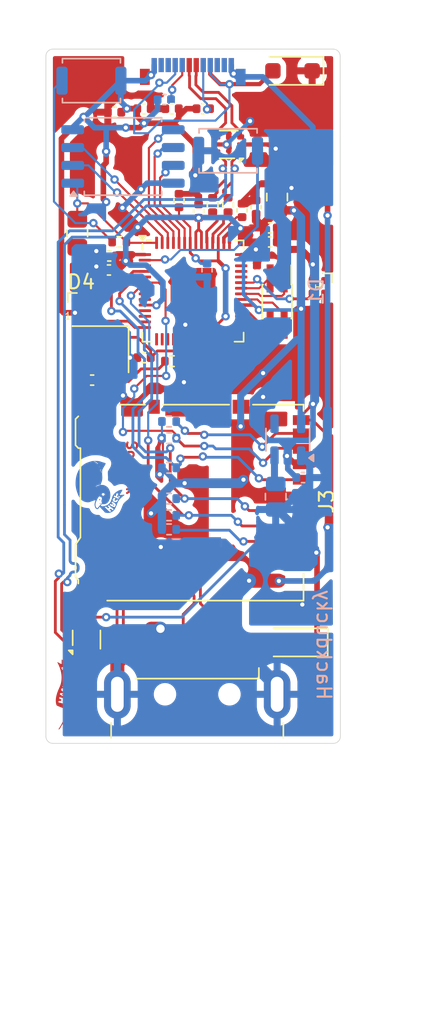
<source format=kicad_pcb>
(kicad_pcb (version 20241229) (generator "pcbnew") (generator_version "9.0")
  (layers (0 "F.Cu" signal) (2 "B.Cu" signal) (13 "F.Paste" user) (15 "B.Paste" user) (5 "F.SilkS" user "F.Silkscreen") (7 "B.SilkS" user "B.Silkscreen") (1 "F.Mask" user) (3 "B.Mask" user) (25 "Edge.Cuts" user))
  (net 0 "")
  (net 1 "GND")
  (net 2 "+1V1")
  (net 3 "+3V3")
  (net 4 "XOUT")
  (net 5 "XIN")
  (net 6 "+5V")
  (net 8 "GP25")
  (net 9 "D+")
  (net 10 "D-")
  (net 11 "Net-(J3-DAT1)")
  (net 12 "Net-(D2-A)")
  (net 13 "Net-(D3-A)")
  (net 14 "Net-(J3-DAT2)")
  (net 18 "Net-(P2-VCONN)")
  (net 19 "Net-(P2-CC)")
  (net 27 "DR+")
  (net 28 "QSPI_SS")
  (net 29 "Net-(R8-Pad1)")
  (net 30 "DR-")
  (net 31 "PUSH")
  (net 32 "QSPI_SD3")
  (net 33 "QSPI_SD0")
  (net 34 "QSPI_SD2")
  (net 35 "QSPI_SD1")
  (net 36 "QSPI_SCLK")
  (net 37 "GPIO23")
  (net 38 "GPIO26_ADC3")
  (net 39 "GPIO8")
  (net 40 "GPIO17")
  (net 41 "GPIO24")
  (net 42 "GPIO11")
  (net 43 "RUN")
  (net 44 "GPIO12")
  (net 45 "GPIO13")
  (net 46 "GPIO21")
  (net 47 "GPIO22")
  (net 48 "GPIO14")
  (net 49 "GPIO26_ADC0")
  (net 50 "SWD")
  (net 51 "GPIO9")
  (net 52 "GPIO6")
  (net 53 "GPIO26_ADC1")
  (net 54 "GPIO1")
  (net 55 "GPIO18")
  (net 56 "GPIO10")
  (net 57 "GPIO19")
  (net 58 "GPIO0")
  (net 59 "GPIO15")
  (net 60 "GPIO16")
  (net 61 "GPIO20")
  (net 62 "SWCLK")
  (net 63 "GPIO7")
  (net 64 "Net-(U2-EN)")
  (net 66 "DUPA-")
  (net 67 "DUPA+")
  (net 68 "SD_MISO")
  (net 69 "SD_MOSI")
  (net 70 "SD_CS")
  (net 71 "SD_CLK")
  (net 72 "DUPC-")
  (net 73 "DUPC+")
  (net 74 "Net-(C12-Pad1)")
  (footprint "Resistor_SMD:R_0402_1005Metric" (layer "F.Cu") (at 84.74 77.25)
    (property "Reference" "R8" (hide yes))
    (property "Value" "1k")
  )
  (footprint "Capacitor_SMD:C_0402_1005Metric" (layer "F.Cu") (at 86.5 85.5 180)
    (property "Reference" "C13" (hide yes))
    (property "Value" "15pF")
  )
  (footprint "Capacitor_SMD:C_0402_1005Metric" (layer "F.Cu") (at 84.02 78.25 180)
    (property "Reference" "C17" (hide yes))
    (property "Value" "100nF")
  )
  (footprint "Capacitor_SMD:C_0402_1005Metric" (layer "F.Cu") (at 82.8 87.1)
    (property "Reference" "C12" (hide yes))
    (property "Value" "15pF")
  )
  (footprint "Capacitor_SMD:C_0805_2012Metric" (layer "F.Cu") (at 96 74.05 -90)
    (property "Reference" "C15" (hide yes))
    (property "Value" "1uF")
  )
  (footprint "Connector_Card:microSD_HC_Hirose_DM3AT-SF-PEJM5" (layer "F.Cu") (at 90 95.825 -90)
    (property "Reference" "J3")
    (property "Value" "Micro_SD_Card")
  )
  (footprint "LOGO" (layer "F.Cu") (at 81.2 109.5 90)
    (property "Reference" "G***" (hide yes))
    (property "Value" "LOGO" (hide yes))
  )
  (footprint "Package_DFN_QFN:QFN-56-1EP_7x7mm_P0.4mm_EP3.2x3.2mm" (layer "F.Cu") (at 90 80.75)
    (property "Reference" "U4" (hide yes))
    (property "Value" "RP2040")
  )
  (footprint "Capacitor_SMD:C_0402_1005Metric" (layer "F.Cu") (at 84 79.25 180)
    (property "Reference" "C18" (hide yes))
    (property "Value" "100nF")
  )
  (footprint "Connector_USB:USB_A_CNCTech_1001-011-01101_Horizontal" (layer "F.Cu") (at 90.3 116.4 -90)
    (property "Reference" "J1" (hide yes))
    (property "Value" "USB_A")
  )
  (footprint "LOGO" (layer "F.Cu") (at 82.6 65.5)
    (property "Reference" "G***" (hide yes))
    (property "Value" "LOGO" (hide yes))
  )
  (footprint "Crystal:Crystal_SMD_Abracon_ABM8G-4Pin_3.2x2.5mm" (layer "F.Cu") (at 83.4 84.9 180)
    (property "Reference" "Y1" (hide yes))
    (property "Value" "Crystal_GND24")
  )
  (footprint "Connector_USB:USB_C_Plug_Molex_105444" (layer "F.Cu") (at 89.979 64.6)
    (property "Reference" "P2" (hide yes))
    (property "Value" "USB_C_Plug")
  )
  (footprint "Capacitor_SMD:C_0402_1005Metric" (layer "F.Cu") (at 88.5 67.75)
    (property "Reference" "C20" (hide yes))
    (property "Value" "100nF")
  )
  (footprint "Resistor_SMD:R_0402_1005Metric" (layer "F.Cu") (at 92.5 74.61 90)
    (property "Reference" "R22" (hide yes))
    (property "Value" "27.4")
  )
  (footprint "Capacitor_SMD:C_0402_1005Metric" (layer "F.Cu") (at 84.4 68)
    (property "Reference" "C16" (hide yes))
    (property "Value" "100n")
  )
  (footprint "Capacitor_SMD:C_0402_1005Metric" (layer "F.Cu") (at 89 74.3 90)
    (property "Reference" "C7" (hide yes))
    (property "Value" "100nF")
  )
  (footprint "Capacitor_SMD:C_0402_1005Metric" (layer "F.Cu") (at 95.5 77.25)
    (property "Reference" "C22" (hide yes))
    (property "Value" "100n")
  )
  (footprint "LED_SMD:LED_SK6812_EC15_1.5x1.5mm" (layer "F.Cu") (at 82.025 81.85)
    (property "Reference" "D4")
    (property "Value" "WS2812B")
  )
  (footprint "LED_SMD:LED_SK6812_EC15_1.5x1.5mm" (layer "F.Cu") (at 98.95 80.45 -90)
    (property "Reference" "D1")
    (property "Value" "WS2812B")
  )
  (footprint "Resistor_SMD:R_0805_2012Metric_Pad1.20x1.40mm_HandSolder" (layer "F.Cu") (at 81.74 76.63 90)
    (property "Reference" "R15" (hide yes))
    (property "Value" "DNF")
  )
  (footprint "LOGO" (layer "F.Cu") (at 81.2 109.5 90)
    (property "Reference" "G***" (hide yes))
    (property "Value" "LOGO" (hide yes))
  )
  (footprint "Capacitor_SMD:C_0402_1005Metric" (layer "F.Cu") (at 94.5 74.77 90)
    (property "Reference" "C10" (hide yes))
    (property "Value" "1uF")
  )
  (footprint "Package_TO_SOT_SMD:SOT-666" (layer "F.Cu") (at 92.55 70.3 180)
    (property "Reference" "U5" (hide yes))
    (property "Value" "USBLC6-2P6")
  )
  (footprint "Package_TO_SOT_SMD:SOT-666" (layer "F.Cu") (at 82.4 105.6 90)
    (property "Reference" "U3" (hide yes))
    (property "Value" "USBLC6-2P6")
  )
  (footprint "Capacitor_SMD:C_0402_1005Metric" (layer "F.Cu") (at 86.5 67.75 180)
    (property "Reference" "C19" (hide yes))
    (property "Value" "100nF")
  )
  (footprint "Resistor_SMD:R_0402_1005Metric" (layer "F.Cu") (at 91.4 74.61 90)
    (property "Reference" "R7" (hide yes))
    (property "Value" "27.4")
  )
  (footprint "Capacitor_SMD:C_0402_1005Metric" (layer "F.Cu") (at 90.729 67.75 180)
    (property "Reference" "R5" (hide yes))
    (property "Value" "5.1K" (hide yes))
  )
  (footprint "Diode_SMD:D_SOD-123F" (layer "F.Cu") (at 97.4 105.8 180)
    (property "Reference" "D3" (hide yes))
    (property "Value" "MBR1020VL" (hide yes))
  )
  (footprint "Capacitor_SMD:C_0402_1005Metric" (layer "F.Cu") (at 90.4 75.05 90)
    (property "Reference" "C11" (hide yes))
    (property "Value" "100nF")
  )
  (footprint "Connector_PinHeader_1.00mm:PinHeader_2x02_P1.00mm_Vertical_SMD" (layer "F.Cu") (at 96 81.5 -90)
    (property "Reference" "J2" (hide yes))
    (property "Value" "Conn_02x02_Top_Bottom" (hide yes))
  )
  (footprint "Diode_SMD:D_SOD-123F" (layer "F.Cu") (at 97.1 65.05 180)
    (property "Reference" "D2" (hide yes))
    (property "Value" "MBR1020VL" (hide yes))
  )
  (footprint "Capacitor_SMD:C_0402_1005Metric" (layer "F.Cu") (at 95.5 76.25)
    (property "Reference" "C21" (hide yes))
    (property "Value" "100nF")
  )
  (footprint "Capacitor_SMD:C_0402_1005Metric" (layer "F.Cu") (at 93.5 75 90)
    (property "Reference" "C9" (hide yes))
    (property "Value" "1uF")
  )
  (footprint "Resistor_SMD:R_0402_1005Metric" (layer "F.Cu") (at 88.5 85.75 180)
    (property "Reference" "R9" (hide yes))
    (property "Value" "1k")
  )
  (footprint "LOGO" (layer "B.Cu") (at 83.2 94.7 90)
    (property "Reference" "G***" (hide yes))
    (property "Value" "LOGO" (hide yes))
  )
  (footprint "Resistor_SMD:R_0402_1005Metric" (layer "B.Cu") (at 88.29 96.74)
    (property "Reference" "R17" (hide yes))
    (property "Value" "10k")
  )
  (footprint "Button_Switch_SMD:SW_Push_SPST_NO_Alps_SKRK" (layer "B.Cu") (at 92.5 70.75)
    (property "Reference" "SW4" (hide yes))
    (property "Value" "BOOT_SEL")
  )
  (footprint "Resistor_SMD:R_0805_2012Metric" (layer "B.Cu") (at 95.9 95.4125 90)
    (property "Reference" "R6" (hide yes))
    (property "Value" "5.1K" (hide yes))
  )
  (footprint "Package_SO:SOIC-8_5.3x5.3mm_P1.27mm" (layer "B.Cu") (at 85 71.155)
    (property "Reference" "U1" (hide yes))
    (property "Value" "W25Q16JVSS")
  )
  (footprint "Capacitor_SMD:C_0402_1005Metric" (layer "B.Cu") (at 91 79.27 -90)
    (property "Reference" "C8" (hide yes))
    (property "Value" "100nF")
  )
  (footprint "Resistor_SMD:R_0402_1005Metric" (layer "B.Cu") (at 88.3 91.24)
    (property "Reference" "R20" (hide yes))
    (property "Value" "10k")
  )
  (footprint "Resistor_SMD:R_0402_1005Metric" (layer "B.Cu") (at 88.29 95.55)
    (property "Reference" "R18" (hide yes))
    (property "Value" "10k")
  )
  (footprint "LOGO" (layer "B.Cu") (at 83.2 94.7 90)
    (property "Reference" "G***" (hide yes))
    (property "Value" "LOGO" (hide yes))
  )
  (footprint "Capacitor_SMD:C_0402_1005Metric" (layer "B.Cu") (at 97.85 94.05 180)
    (property "Reference" "C14" (hide yes))
    (property "Value" "1uF" (hide yes))
  )
  (footprint "Package_TO_SOT_SMD:SOT-23-5" (layer "B.Cu") (at 96.7625 91.35 90)
    (property "Reference" "U2" (hide yes))
    (property "Value" "AP2112K-3.3")
  )
  (footprint "Resistor_SMD:R_0402_1005Metric" (layer "B.Cu") (at 88.29 93.35)
    (property "Reference" "R19" (hide yes))
    (property "Value" "10k" (hide yes))
  )
  (footprint "Resistor_SMD:R_0402_1005Metric" (layer "B.Cu") (at 88.29 97.74)
    (property "Reference" "R16" (hide yes))
    (property "Value" "10k")
  )
  (footprint "Capacitor_SMD:C_0402_1005Metric" (layer "B.Cu") (at 87.95 67.1 180)
    (property "Reference" "R4" (hide yes))
    (property "Value" "5.1K" (hide yes))
  )
  (footprint "Button_Switch_SMD:SW_Push_SPST_NO_Alps_SKRK" (layer "B.Cu") (at 82.75 65.75 180)
    (property "Reference" "SW3" (hide yes))
    (property "Value" "BOOT_SEL")
  )
  (footprint "Resistor_SMD:R_0402_1005Metric" (layer "B.Cu") (at 88.29 90.05)
    (property "Reference" "R21" (hide yes))
    (property "Value" "10k")
  )
  (gr_line (start 79.5 106.5) (end 79.5 105.4) (stroke (width 0.05)) (layer "Edge.Cuts"))
  (gr_line (start 79.5 105.4) (end 79.5 64) (stroke (width 0.05)) (layer "Edge.Cuts"))
  (gr_arc (start 80 113) (mid 79.646447 112.853553) (end 79.5 112.5) (stroke (width 0.05)) (layer "Edge.Cuts"))
  (gr_arc (start 79.5 64) (mid 79.646447 63.646447) (end 80 63.5) (stroke (width 0.05)) (layer "Edge.Cuts"))
  (gr_line (start 79.5 106.5) (end 79.5 108.5) (stroke (width 0.05)) (layer "Edge.Cuts"))
  (gr_arc (start 100.516092 112.47) (mid 100.373922 112.847051) (end 100 112.997258) (stroke (width 0.05)) (layer "Edge.Cuts"))
  (gr_arc (start 100 63.499997) (mid 100.353909 63.646798) (end 100.500002 64.001) (stroke (width 0.05)) (layer "Edge.Cuts"))
  (gr_line (start 100.516092 112.470014) (end 100.500002 64.001) (stroke (width 0.05)) (layer "Edge.Cuts"))
  (gr_line (start 100 113) (end 80 113) (stroke (width 0.05)) (layer "Edge.Cuts"))
  (gr_line (start 79.5 108.5) (end 79.5 112.5) (stroke (width 0.05)) (layer "Edge.Cuts"))
  (gr_line (start 80 63.5) (end 100 63.5) (stroke (width 0.05)) (layer "Edge.Cuts"))
  (gr_text "Souptik & Aarav." (at 85.2 95.9 270) (layer "F.Cu") (effects (font (size 0.7 0.7)) (justify bottom)))
  (gr_text "Hackducky\n" (at 98.75 110 270) (layer "B.SilkS") (effects (font (size 1 1)) (justify left bottom mirror)))
  (segment (start 98.55 78.629347) (end 97.700653 77.78) (width 0.5) (layer "F.Cu") (net 1))
  (segment (start 85.5 85.5) (end 84.75 85.5) (width 0.4) (layer "F.Cu") (net 1))
  (segment (start 98.525 89.95) (end 99.6 91.025) (width 0.2) (layer "F.Cu") (net 1))
  (segment (start 97.700653 77.78) (end 96.51 77.78) (width 0.5) (layer "F.Cu") (net 1))
  (segment (start 85 88.7) (end 85 88.2) (width 0.4) (layer "F.Cu") (net 1))
  (segment (start 98.55 78.85) (end 98.55 79.95) (width 0.4) (layer "F.Cu") (net 1))
  (segment (start 92.729 65.079) (end 92.9 65.25) (width 0.4) (layer "F.Cu") (net 1))
  (segment (start 99.6 93.4) (end 99.3 93.1) (width 0.4) (layer "F.Cu") (net 1))
  (segment (start 85.425 106.425) (end 87.025 104.825) (width 1) (layer "F.Cu") (net 1))
  (segment (start 86.02 67.75) (end 86.02 68.305) (width 0.4) (layer "F.Cu") (net 1))
  (segment (start 88.9 87.7) (end 87 87.7) (width 0.4) (layer "F.Cu") (net 1))
  (segment (start 82.4 106.849999) (end 82.750001 107.2) (width 0.2) (layer "F.Cu") (net 1))
  (segment (start 83.8 70.8) (end 83.8 71.6) (width 0.4) (layer "F.Cu") (net 1))
  (segment (start 82.3 84.05) (end 82.55 84.05) (width 0.2) (layer "F.Cu") (net 1))
  (segment (start 96.33 101.42) (end 96.125 101.42) (width 0.15) (layer "F.Cu") (net 1))
  (segment (start 96.2 73.4) (end 96 73.2) (width 1) (layer "F.Cu") (net 1))
  (segment (start 85.6 89.1) (end 85.4 89.1) (width 0.4) (layer "F.Cu") (net 1))
  (segment (start 96 73.2) (end 96 73.1) (width 1) (layer "F.Cu") (net 1))
  (segment (start 90.4 74.57) (end 90.4 74.05) (width 0.4) (layer "F.Cu") (net 1))
  (segment (start 90 99) (end 90.8 99.8) (width 0.4) (layer "F.Cu") (net 1))
  (segment (start 97.725 93.1) (end 99.3 93.1) (width 0.4) (layer "F.Cu") (net 1))
  (segment (start 96.51 77.78) (end 95.98 77.25) (width 0.5) (layer "F.Cu") (net 1))
  (segment (start 81.575 82.3) (end 81.575 83.325) (width 0.4) (layer "F.Cu") (net 1))
  (segment (start 95.32 101.42) (end 96.125 101.42) (width 0.4) (layer "F.Cu") (net 1))
  (segment (start 95.98 76.25) (end 95.98 77.25) (width 0.5) (layer "F.Cu") (net 1))
  (segment (start 86.02 85.5) (end 85.5 85.5) (width 0.4) (layer "F.Cu") (net 1))
  (segment (start 93.7 99.8) (end 95.32 101.42) (width 0.4) (layer "F.Cu") (net 1))
  (segment (start 96.70425 92.509595) (end 97.294655 93.1) (width 0.4) (layer "F.Cu") (net 1))
  (segment (start 90.249 67.851) (end 90.249 67.75) (width 0.15) (layer "F.Cu") (net 1))
  (segment (start 89.35 87.25) (end 88.9 87.7) (width 0.4) (layer "F.Cu") (net 1))
  (segment (start 95.4 101.4) (end 96.105 101.4) (width 1) (layer "F.Cu") (net 1))
  (segment (start 85.278211 67.742023) (end 85.286188 67.75) (width 0.4) (layer "F.Cu") (net 1))
  (segment (start 83.54 78.25) (end 83.45 78.25) (width 0.4) (layer "F.Cu") (net 1))
  (segment (start 84.25 85.75) (end 84.5 85.75) (width 0.2) (layer "F.Cu") (net 1))
  (segment (start 84.75 85.5) (end 84.5 85.75) (width 0.4) (layer "F.Cu") (net 1))
  (segment (start 83.6 71.8) (end 83.6 74.2) (width 0.4) (layer "F.Cu") (net 1))
  (segment (start 80.61 69.89) (end 80.61 82.15) (width 0.4) (layer "F.Cu") (net 1))
  (segment (start 84.55 107.2) (end 84.6 107.25) (width 0.2) (layer "F.Cu") (net 1))
  (segment (start 88.62 68.785) (end 86.5 68.785) (width 0.4) (layer "F.Cu") (net 1))
  (segment (start 89.88 73.82) (end 89 73.82) (width 0.4) (layer "F.Cu") (net 1))
  (segment (start 83.8 71.6) (end 83.6 71.8) (width 0.4) (layer "F.Cu") (net 1))
  (segment (start 97.725 89.95) (end 97.725 89.635) (width 0.2) (layer "F.Cu") (net 1))
  (segment (start 85.4 89.1) (end 85 88.7) (width 0.4) (layer "F.Cu") (net 1))
  (segment (start 80.61 82.15) (end 80.76 82.3) (width 0.4) (layer "F.Cu") (net 1))
  (segment (start 87.025 104.825) (end 87.675 104.825) (width 1) (layer "F.Cu") (net 1))
  (segment (start 85.662023 67.742023) (end 85.278211 67.742023) (width 0.4) (layer "F.Cu") (net 1))
  (segment (start 99.6 92.8) (end 99.3 93.1) (width 0.2) (layer "F.Cu") (net 1))
  (segment (start 90.425 74.545) (end 90.4 74.57) (width 0.4) (layer "F.Cu") (net 1))
  (segment (start 89 84.1875) (end 89 83.6) (width 0.2) (layer "F.Cu") (net 1))
  (segment (start 90.4 74.05) (end 90.17 73.82) (width 0.4) (layer "F.Cu") (net 1))
  (segment (start 86.185 69.1) (end 86.5 68.785) (width 0.4) (layer "F.Cu") (net 1))
  (segment (start 97.025 73.4) (end 96.2 73.4) (width 1) (layer "F.Cu") (net 1))
  (segment (start 86.012023 67.742023) (end 86.02 67.75) (width 0.4) (layer "F.Cu") (net 1))
  (segment (start 94.2 74.03) (end 94.2 73.69) (width 0.25) (layer "F.Cu") (net 1))
  (segment (start 84.6 107.25) (end 84.6 109.5) (width 1) (layer "F.Cu") (net 1))
  (segment (start 81.575 83.325) (end 82.3 84.05) (width 0.4) (layer "F.Cu") (net 1))
  (segment (start 86.5 68.785) (end 86.4925 68.7925) (width 0.15) (layer "F.Cu") (net 1))
  (segment (start 93.5 74.52) (end 93.5 74.3) (width 0.25) (layer "F.Cu") (net 1))
  (segment (start 83.52 79.25) (end 83.35 79.25) (width 0.4) (layer "F.Cu") (net 1))
  (segment (start 86.02 68.305) (end 86.5 68.785) (width 0.4) (layer "F.Cu") (net 1))
  (segment (start 82.4 106.525) (end 82.4 106.849999) (width 0.2) (layer "F.Cu") (net 1))
  (segment (start 82.55 84.05) (end 84.25 85.75) (width 0.2) (layer "F.Cu") (net 1))
  (segment (start 85.425 106.425) (end 86.475 106.425) (width 1) (layer "F.Cu") (net 1))
  (segment (start 94.11 73.69) (end 94.2 73.69) (width 0.25) (layer "F.Cu") (net 1))
  (segment (start 94.5 74.29) (end 94.46 74.29) (width 0.25) (layer "F.Cu") (net 1))
  (segment (start 85.2 69.1) (end 86.185 69.1) (width 0.4) (layer "F.Cu") (net 1))
  (segment (start 94 101.4) (end 95.4 101.4) (width 1) (layer "F.Cu") (net 1))
  (segment (start 87.229 65.121) (end 87 65.35) (width 0.4) (layer "F.Cu") (net 1))
  (segment (start 90.16 70.325) (end 88.62 68.785) (width 0.4) (layer "F.Cu") (net 1))
  (segment (start 90 82.6) (end 89.45 83.15) (width 0.4) (layer "F.Cu") (net 1))
  (segment (start 90.16 72.5) (end 90.16 70.325) (width 0.4) (layer "F.Cu") (net 1))
  (segment (start 88.98 68.42) (end 88.98 68.3) (width 0.4) (layer "F.Cu") (net 1))
  (segment (start 90.8 99.8) (end 93.7 99.8) (width 0.4) (layer "F.Cu") (net 1))
  (segment (start 82.191 68.33125) (end 82.16875 68.33125) (width 0.4) (layer "F.Cu") (net 1))
  (segment (start 86.475 106.425) (end 86.8 106.75) (width 1) (layer "F.Cu") (net 1))
  (segment (start 94.46 74.29) (end 94.2 74.03) (width 0.25) (layer "F.Cu") (net 1))
  (segment (start 89 83.6) (end 89.45 83.15) (width 0.2) (layer "F.Cu") (net 1))
  (segment (start 88.98 68.3) (end 88.98 67.75) (width 0.4) (layer "F.Cu") (net 1))
  (segment (start 83.6 74.2) (end 83.8 74.4) (width 0.4) (layer "F.Cu") (net 1))
  (segment (start 85.137977 67.742023) (end 84.88 68) (width 0.4) (layer "F.Cu") (net 1))
  (segment (start 88.62 68.78) (end 88.98 68.42) (width 0.4) (layer "F.Cu") (net 1))
  (segment (start 93.5 74.3) (end 94.11 73.69) (width 0.25) (layer "F.Cu") (net 1))
  (segment (start 99.6 91.025) (end 99.6 92.8) (width 0.2) (layer "F.Cu") (net 1))
  (segment (start 87.229 64.64) (end 87.229 65.121) (width 0.4) (layer "F.Cu") (net 1))
  (segment (start 97.725 89.95) (end 98.525 89.95) (width 0.2) (layer "F.Cu") (net 1))
  (segment (start 98.55 78.85) (end 98.55 78.629347) (width 0.5) (layer "F.Cu") (net 1))
  (segment (start 90.16 72.5) (end 90.16 73.54) (width 0.4) (layer "F.Cu") (net 1))
  (segment (start 90.17 73.82) (end 89 73.82) (width 0.4) (layer "F.Cu") (net 1))
  (segment (start 94.2 73.69) (end 94.79 73.1) (width 0.4) (layer "F.Cu") (net 1))
  (segment (start 86.559 65.48) (end 86.87 65.48) (width 0.4) (layer "F.Cu") (net 1))
  (segment (start 80.76 82.3) (end 81.575 82.3) (width 0.4) (layer "F.Cu") (net 1))
  (segment (start 87.7 99) (end 90 99) (width 0.4) (layer "F.Cu") (net 1))
  (segment (start 99.6 97.6) (end 99.6 93.4) (width 0.4) (layer "F.Cu") (net 1))
  (segment (start 84.5 86) (end 84.5 85.75) (width 0.2) (layer "F.Cu") (net 1))
  (segment (start 83.4 87.1) (end 84.5 86) (width 0.2) (layer "F.Cu") (net 1))
  (segment (start 83.45 78.25) (end 83.1 77.9) (width 0.4) (layer "F.Cu") (net 1))
  (segment (start 83.35 79.25) (end 83.1 79) (width 0.4) (layer "F.Cu") (net 1))
  (segment (start 85.286188 67.75) (end 86.02 67.75) (width 0.4) (layer "F.Cu") (net 1))
  (segment (start 93.475 70.3) (end 95.6 70.3) (width 0.3) (layer "F.Cu") (net 1))
  (segment (start 97.725 89.635) (end 98.56 88.8) (width 0.2) (layer "F.Cu") (net 1))
  (segment (start 95.6 70.3) (end 95.9 70.6) (width 0.3) (layer "F.Cu") (net 1))
  (segment (start 88.98 68.3) (end 89.53 67.75) (width 0.4) (layer "F.Cu") (net 1))
  (segment (start 85.278211 67.742023) (end 85.137977 67.742023) (width 0.4) (layer "F.Cu") (net 1))
  (segment (start 97.294655 93.1) (end 97.725 93.1) (width 0.4) (layer "F.Cu") (net 1))
  (segment (start 98.55 79.95) (end 98.5 80) (width 0.4) (layer "F.Cu") (net 1))
  (segment (start 86.87 65.48) (end 87 65.35) (width 0.4) (layer "F.Cu") (net 1))
  (segment (start 84.6 107.25) (end 85.425 106.425) (width 1) (layer "F.Cu") (net 1))
  (segment (start 83.28 87.1) (end 83.4 87.1) (width 0.2) (layer "F.Cu") (net 1))
  (segment (start 87 87.7) (end 85.6 89.1) (width 0.4) (layer "F.Cu") (net 1))
  (segment (start 89.53 67.75) (end 90.249 67.75) (width 0.4) (layer "F.Cu") (net 1))
  (segment (start 85.278211 67.742023) (end 86.012023 67.742023) (width 0.4) (layer "F.Cu") (net 1))
  (segment (start 92.729 64.64) (end 92.729 65.079) (width 0.4) (layer "F.Cu") (net 1))
  (segment (start 94.79 73.1) (end 96 73.1) (width 0.4) (layer "F.Cu") (net 1))
  (segment (start 88.62 68.785) (end 88.62 68.78) (width 0.4) (layer "F.Cu") (net 1))
  (segment (start 82.750001 107.2) (end 84.55 107.2) (width 0.2) (layer "F.Cu") (net 1))
  (segment (start 90.16 73.54) (end 89.88 73.82) (width 0.4) (layer "F.Cu") (net 1))
  (segment (start 90 80.75) (end 90 82.6) (width 0.4) (layer "F.Cu") (net 1))
  (segment (start 82.16875 68.33125) (end 80.61 69.89) (width 0.4) (layer "F.Cu") (net 1))
  (via (at 82.191 68.33125) (size 0.6) (drill 0.3) (layers "F.Cu" "B.Cu") (net 1))
  (via (at 87.675 104.825) (size 1) (drill 0.6) (layers "F.Cu" "B.Cu") (net 1))
  (via (at 99.6 97.6) (size 0.6) (drill 0.3) (layers "F.Cu" "B.Cu") (net 1))
  (via (at 83.1 79) (size 0.6) (drill 0.3) (layers "F.Cu" "B.Cu") (net 1))
  (via (at 83.1 77.9) (size 0.6) (drill 0.3) (layers "F.Cu" "B.Cu") (net 1))
  (via (at 83.8 70.8) (size 0.6) (drill 0.3) (layers "F.Cu" "B.Cu") (net 1))
  (via (at 95.9 70.6) (size 0.6) (drill 0.3) (layers "F.Cu" "B.Cu") (net 1))
  (via (at 98.55 78.85) (size 0.6) (drill 0.3) (layers "F.Cu" "B.Cu") (net 1))
  (via (at 95 88.3) (size 0.6) (drill 0.3) (layers "F.Cu" "B.Cu") (net 1))
  (via (at 89.45 83.15) (size 0.6) (drill 0.3) (layers "F.Cu" "B.Cu") (net 1))
  (via (at 96.70425 92.509595) (size 0.6) (drill 0.3) (layers "F.Cu" "B.Cu") (net 1))
  (via (at 85.2 69.1) (size 0.6) (drill 0.3) (layers "F.Cu" "B.Cu") (net 1))
  (via (at 85.5 85.5) (size 0.6) (drill 0.3) (layers "F.Cu" "B.Cu") (net 1))
  (via (at 97.025 73.4) (size 0.6) (drill 0.3) (layers "F.Cu" "B.Cu") (net 1))
  (via (at 90.16 72.5) (size 0.6) (drill 0.3) (layers "F.Cu" "B.Cu") (net 1))
  (via (at 87.7 99) (size 0.6) (drill 0.3) (layers "F.Cu" "B.Cu") (net 1))
  (via (at 86.5 68.785) (size 0.6) (drill 0.3) (layers "F.Cu" "B.Cu") (net 1))
  (via (at 98.56 88.8) (size 0.6) (drill 0.3) (layers "F.Cu" "B.Cu") (net 1))
  (via (at 85 88.2) (size 0.6) (drill 0.3) (layers "F.Cu" "B.Cu") (net 1))
  (via (at 92.9 65.25) (size 0.6) (drill 0.3) (layers "F.Cu" "B.Cu") (net 1))
  (via (at 89.35 87.25) (size 0.6) (drill 0.3) (layers "F.Cu" "B.Cu") (net 1))
  (via (at 81.575 82.3) (size 0.6) (drill 0.3) (layers "F.Cu" "B.Cu") (net 1))
  (via (at 83.8 74.4) (size 0.6) (drill 0.3) (layers "F.Cu" "B.Cu") (net 1))
  (via (at 85.278211 67.742023) (size 0.6) (drill 0.3) (layers "F.Cu" "B.Cu") (net 1))
  (via (at 94 101.4) (size 0.6) (drill 0.3) (layers "F.Cu" "B.Cu") (net 1))
  (via (at 96.125 101.42) (size 0.6) (drill 0.3) (layers "F.Cu" "B.Cu") (net 1))
  (via (at 87 65.35) (size 0.6) (drill 0.3) (layers "F.Cu" "B.Cu") (net 1))
  (segment (start 85.2 69.1) (end 83.8 69.1) (width 0.4) (layer "B.Cu") (net 1))
  (segment (start 87.229 65.121) (end 87 65.35) (width 0.4) (layer "B.Cu") (net 1))
  (segment (start 96.7625 91.9375) (end 96.7625 92.4875) (width 0.4) (layer "B.Cu") (net 1))
  (segment (start 87.229 64.64) (end 87.229 65.121) (width 0.4) (layer "B.Cu") (net 1))
  (segment (start 96.7625 93.4425) (end 96.7625 92.4875) (width 0.4) (layer "B.Cu") (net 1))
  (segment (start 94.98 65.48) (end 93.399 65.48) (width 0.4) (layer "B.Cu") (net 1))
  (segment (start 88.45 105.6) (end 89.8 105.6) (width 1) (layer "B.Cu") (net 1))
  (segment (start 96 108.9) (end 96 109.5) (width 1) (layer "B.Cu") (net 1))
  (segment (start 98.26 91.4) (end 97.3 91.4) (width 0.4) (layer "B.Cu") (net 1))
  (segment (start 85.278211 67.678211) (end 84.85 67.25) (width 0.4) (layer "B.Cu") (net 1))
  (segment (start 83.8 69.1) (end 83.8 71) (width 0.4) (layer "B.Cu") (net 1))
  (segment (start 86.6 65.75) (end 84.85 65.75) (width 0.4) (layer "B.Cu") (net 1))
  (segment (start 97.3 91.4) (end 96.7625 91.9375) (width 0.4) (layer "B.Cu") (net 1))
  (segment (start 83.8 69.1) (end 82.95975 69.1) (width 0.4) (layer "B.Cu") (net 1))
  (segment (start 92.8 102.6) (end 94 101.4) (width 1) (layer "B.Cu") (net 1))
  (segment (start 87.675 104.825) (end 88.45 105.6) (width 1) (layer "B.Cu") (net 1))
  (segment (start 96.8 91.4) (end 97.4 91.4) (width 0.4) (layer "B.Cu") (net 1))
  (segment (start 98.55 79.5) (end 98.56 79.51) (width 0.4) (layer "B.Cu") (net 1))
  (segment (start 95 88.3) (end 94.2 89.1) (width 0.4) (layer "B.Cu") (net 1))
  (segment (start 85.5 86.8) (end 85.5 85.5) (width 0.4) (layer "B.Cu") (net 1))
  (segment (start 89.8 105.6) (end 92.8 102.6) (width 1) (layer "B.Cu") (net 1))
  (segment (start 98.68 101.42) (end 96.125 101.42) (width 0.4) (layer "B.Cu") (net 1))
  (segment (start 85 88.2) (end 85 87.3) (width 0.4) (layer "B.Cu") (net 1))
  (segment (start 96.2 91.4) (end 96.7625 91.9625) (width 0.4) (layer "B.Cu") (net 1))
  (segment (start 89.85 83.55) (end 89.45 83.15) (width 0.4) (layer "B.Cu") (net 1))
  (segment (start 82.26875 68.33125) (end 84.85 65.75) (width 0.4) (layer "B.Cu") (net 1))
  (segment (start 94.2 90.2) (end 95.4 91.4) (width 0.4) (layer "B.Cu") (net 1))
  (segment (start 94.2 89.1) (end 94.2 90.2) (width 0.4) (layer "B.Cu") (net 1))
  (segment (start 95.4 91.4) (end 96.2 91.4) (width 0.4) (layer "B.Cu") (net 1))
  (segment (start 82.95975 69.1) (end 82.191 68.33125) (width 0.4) (layer "B.Cu") (net 1))
  (segment (start 98.55 69.05) (end 94.98 65.48) (width 0.4) (layer "B.Cu") (net 1))
  (segment (start 82.16875 68.33125) (end 81.4125 69.0875) (width 0.4) (layer "B.Cu") (net 1))
  (segment (start 92.7 105.6) (end 96 108.9) (width 1) (layer "B.Cu") (net 1))
  (segment (start 98.56 88.8) (end 98.56 91.1) (width 0.4) (layer "B.Cu") (net 1))
  (segment (start 90.6 70.75) (end 90.4 70.75) (width 0.4) (layer "B.Cu") (net 1))
  (segment (start 84.85 67.25) (end 84.85 65.75) (width 0.4) (layer "B.Cu") (net 1))
  (segment (start 98.56 91.1) (end 98.26 91.4) (width 0.4) (layer "B.Cu") (net 1))
  (segment (start 91 81.6) (end 89.45 83.15) (width 0.2) (layer "B.Cu") (net 1))
  (segment (start 81.4125 69.0875) (end 81.4125 69.25) (width 0.4) (layer "B.Cu") (net 1))
  (segment (start 96.726345 92.4875) (end 96.70425 92.509595) (width 0.4) (layer "B.Cu") (net 1))
  (segment (start 96.7625 91.4375) (end 96.7625 92.4875) (width 0.4) (layer "B.Cu") (net 1))
  (segment (start 90.16 70.99) (end 90.4 70.75) (width 0.4) (layer "B.Cu") (net 1))
  (segment (start 96.7625 91.9625) (end 96.7625 92.4875) (width 0.4) (layer "B.Cu") (net 1))
  (segment (start 93.399 65.48) (end 93.82 65.48) (width 0.4) (layer "B.Cu") (net 1))
  (segment (start 83.8 71) (end 83.8 70.8) (width 0.4) (layer "B.Cu") (net 1))
  (segment (start 89.35 87.25) (end 89.35 87.15) (width 0.4) (layer "B.Cu") (net 1))
  (segment (start 92.729 64.64) (end 92.729 65.079) (width 0.4) (layer "B.Cu") (net 1))
  (segment (start 96.7625 92.4875) (end 96.726345 92.4875) (width 0.4) (layer "B.Cu") (net 1))
  (segment (start 87 65.35) (end 86.6 65.75) (width 0.4) (layer "B.Cu") (net 1))
  (segment (start 98.56 79.51) (end 98.56 88.8) (width 0.4) (layer "B.Cu") (net 1))
  (segment (start 93.399 65.48) (end 93.13 65.48) (width 0.4) (layer "B.Cu") (net 1))
  (segment (start 90.16 72.5) (end 90.16 70.99) (width 0.4) (layer "B.Cu") (net 1))
  (segment (start 98.55 78.85) (end 98.55 79.5) (width 0.4) (layer "B.Cu") (net 1))
  (segment (start 82.191 68.33125) (end 82.26875 68.33125) (width 0.4) (layer "B.Cu") (net 1))
  (segment (start 98.55 78.85) (end 98.55 69.05) (width 0.4) (layer "B.Cu") (net 1))
  (segment (start 99.6 97.6) (end 99.6 100.5) (width 0.4) (layer "B.Cu") (net 1))
  (segment (start 85 87.3) (end 85.5 86.8) (width 0.4) (layer "B.Cu") (net 1))
  (segment (start 96.8 91.4) (end 96.7625 91.4375) (width 0.4) (layer "B.Cu") (net 1))
  (segment (start 89.8 105.6) (end 92.7 105.6) (width 1) (layer "B.Cu") (net 1))
  (segment (start 82.191 68.33125) (end 82.16875 68.33125) (width 0.4) (layer "B.Cu") (net 1))
  (segment (start 86.5 68.785) (end 87.47 67.815) (width 0.4) (layer "B.Cu") (net 1))
  (segment (start 93.13 65.48) (end 92.9 65.25) (width 0.4) (layer "B.Cu") (net 1))
  (segment (start 89.35 87.15) (end 89.85 86.65) (width 0.4) (layer "B.Cu") (net 1))
  (segment (start 96.2 91.4) (end 96.8 91.4) (width 0.4) (layer "B.Cu") (net 1))
  (segment (start 85.278211 67.742023) (end 85.278211 67.678211) (width 0.4) (layer "B.Cu") (net 1))
  (segment (start 91 79.75) (end 91 81.6) (width 0.2) (layer "B.Cu") (net 1))
  (segment (start 87.47 67.815) (end 87.47 67.1) (width 0.4) (layer "B.Cu") (net 1))
  (segment (start 97.37 94.05) (end 96.7625 93.4425) (width 0.4) (layer "B.Cu") (net 1))
  (segment (start 99.6 100.5) (end 98.68 101.42) (width 0.4) (layer "B.Cu") (net 1))
  (segment (start 92.729 65.079) (end 92.9 65.25) (width 0.4) (layer "B.Cu") (net 1))
  (segment (start 89.85 86.65) (end 89.85 83.55) (width 0.4) (layer "B.Cu") (net 1))
  (segment (start 93.12 75.48) (end 93.5 75.48) (width 0.15) (layer "F.Cu") (net 2))
  (segment (start 90.6 84.1875) (end 90.6 83.722936) (width 0.2) (layer "F.Cu") (net 2))
  (segment (start 91.8 76.8) (end 93.12 75.48) (width 0.15) (layer "F.Cu") (net 2))
  (segment (start 89.8 78.025) (end 89.8 77.3125) (width 0.2) (layer "F.Cu") (net 2))
  (segment (start 90.188732 78.413732) (end 89.8 78.025) (width 0.2) (layer "F.Cu") (net 2))
  (segment (start 91.8 83.075) (end 92.325 82.55) (width 0.2) (layer "F.Cu") (net 2))
  (segment (start 90.375 78.6) (end 90.188732 78.413732) (width 0.2) (layer "F.Cu") (net 2))
  (segment (start 89 74.78) (end 89 75.4) (width 0.15) (layer "F.Cu") (net 2))
  (segment (start 89 75.4) (end 89.8 76.2) (width 0.15) (layer "F.Cu") (net 2))
  (segment (start 89.8 76.2) (end 89.8 77.3125) (width 0.15) (layer "F.Cu") (net 2))
  (segment (start 91.8 78.6) (end 90.375 78.6) (width 0.2) (layer "F.Cu") (net 2))
  (segment (start 91.8 77.3125) (end 91.8 78.6) (width 0.2) (layer "F.Cu") (net 2))
  (segment (start 91.8 77.3125) (end 91.8 76.8) (width 0.15) (layer "F.Cu") (net 2))
  (segment (start 91.8 78.6) (end 92.325 79.125) (width 0.3) (layer "F.Cu") (net 2))
  (segment (start 91.247936 83.075) (end 91.8 83.075) (width 0.2) (layer "F.Cu") (net 2))
  (segment (start 90.6 83.722936) (end 91.247936 83.075) (width 0.2) (layer "F.Cu") (net 2))
  (via (at 92.325 79.125) (size 0.6) (drill 0.3) (layers "F.Cu" "B.Cu") (net 2))
  (via (at 92.325 82.55) (size 0.6) (drill 0.3) (layers "F.Cu" "B.Cu") (net 2))
  (via (at 90.188732 78.413732) (size 0.6) (drill 0.3) (layers "F.Cu" "B.Cu") (net 2))
  (segment (start 92.325 79.125) (end 92.325 82.55) (width 0.4) (layer "B.Cu") (net 2))
  (segment (start 91 78.79) (end 90.565 78.79) (width 0.2) (layer "B.Cu") (net 2))
  (segment (start 90.565 78.79) (end 90.188732 78.413732) (width 0.2) (layer "B.Cu") (net 2))
  (segment (start 83.92 67.68) (end 83.92 68) (width 0.4) (layer "F.Cu") (net 3))
  (segment (start 86.98 67.75) (end 88.02 67.75) (width 0.4) (layer "F.Cu") (net 3))
  (segment (start 87.849 93.596) (end 87.849 91.339) (width 0.15) (layer "F.Cu") (net 3))
  (segment (start 90.2 84.825) (end 90.575 85.2) (width 0.2) (layer "F.Cu") (net 3))
  (segment (start 86.1 76.15) (end 86.1 76.1) (width 0.4) (layer "F.Cu") (net 3))
  (segment (start 92.897194 76.276) (end 93.38 76.276) (width 0.3) (layer "F.Cu") (net 3))
  (segment (start 87.849 91.339) (end 87.75 91.24) (width 0.15) (layer "F.Cu") (net 3))
  (segment (start 95.75 75.25) (end 96 75) (width 0.2) (layer "F.Cu") (net 3))
  (segment (start 94.12 78.15) (end 94.485 77.785) (width 0.25) (layer "F.Cu") (net 3))
  (segment (start 92.2 76.948194) (end 92.897194 76.251) (width 0.25) (layer "F.Cu") (net 3))
  (segment (start 95.02 75.98) (end 95.02 76.25) (width 0.6) (layer "F.Cu") (net 3))
  (segment (start 93.6 91.4) (end 93.6 94.2) (width 0.7) (layer "F.Cu") (net 3))
  (segment (start 84.6 78.15) (end 85.65 78.15) (width 0.5) (layer "F.Cu") (net 3))
  (segment (start 90.6 77.3125) (end 90.6 76.55) (width 0.2) (layer "F.Cu") (net 3))
  (segment (start 84.48 79.25) (end 84.55 79.25) (width 0.6) (layer "F.Cu") (net 3))
  (segment (start 86.1 76.1) (end 84.96259 74.96259) (width 0.4) (layer "F.Cu") (net 3))
  (segment (start 98.2875 82.0125) (end 97.7125 82.0125) (width 0.2) (layer "F.Cu") (net 3))
  (segment (start 81.74 80.01) (end 81.74 77.63) (width 0.7) (layer "F.Cu") (net 3))
  (segment (start 84.48 79.67) (end 84.05 80.1) (width 0.7) (layer "F.Cu") (net 3))
  (segment (start 93.4375 81.75) (end 94.35 81.75) (width 0.25) (layer "F.Cu") (net 3))
  (segment (start 85.65 78.15) (end 86.5625 78.15) (width 0.25) (layer "F.Cu") (net 3))
  (segment (start 97.2 75) (end 96 75) (width 0.6) (layer "F.Cu") (net 3))
  (segment (start 94.485 77.785) (end 95.02 77.25) (width 0.25) (layer "F.Cu") (net 3))
  (segment (start 92.6 76.83) (end 92.6 77.3125) (width 0.25) (layer "F.Cu") (net 3))
  (segment (start 95.02 76.25) (end 95.02 77.25) (width 0.4) (layer "F.Cu") (net 3))
  (segment (start 90.2 77.3125) (end 90.2 76.55) (width 0.2) (layer "F.Cu") (net 3))
  (segment (start 93.6 94.2) (end 94.7 95.3) (width 0.2) (layer "F.Cu") (net 3))
  (segment (start 90.2 84.1875) (end 90.2 84.825) (width 0.2) (layer "F.Cu") (net 3))
  (segment (start 93.154 76.276) (end 92.6 76.83) (width 0.25) (layer "F.Cu") (net 3))
  (segment (start 84.55 79.25) (end 85.2 78.6) (width 0.6) (layer "F.Cu") (net 3))
  (segment (start 85.65 78.15) (end 85.2 78.6) (width 0.5) (layer "F.Cu") (net 3))
  (segment (start 87.275 81.75) (end 86.5625 81.75) (width 0.2) (layer "F.Cu") (net 3))
  (segment (start 92.2 77.3125) (end 92.2 76.948194) (width 0.25) (layer "F.Cu") (net 3))
  (segment (start 93.224 76.276) (end 93.154 76.276) (width 0.25) (layer "F.Cu") (net 3))
  (segment (start 97.7125 82.0125) (end 97.7125 82.6) (width 0.6) (layer "F.Cu") (net 3))
  (segment (start 87.386367 81.764376) (end 87.342347 81.808396) (width 0.2) (layer "F.Cu") (net 3))
  (segment (start 93.38 76.276) (end 94.994 76.276) (width 0.3) (layer "F.Cu") (net 3))
  (segment (start 84.05 80.1) (end 81.83 80.1) (width 0.7) (layer "F.Cu") (net 3))
  (segment (start 84.8 66.8) (end 83.92 67.68) (width 0.4) (layer "F.Cu") (net 3))
  (segment (start 90.6 76.55) (end 90.4 76.35) (width 0.2) (layer "F.Cu") (net 3))
  (segment (start 94.5 75.73) (end 95.02 76.25) (width 0.6) (layer "F.Cu") (net 3))
  (segment (start 93.4 91.2) (end 93.6 91.4) (width 0.7) (layer "F.Cu") (net 3))
  (segment (start 82.475 80.745) (end 82.475 81.4) (width 0.7) (layer "F.Cu") (net 3))
  (segment (start 90.2 76.55) (end 90.4 76.35) (width 0.2) (layer "F.Cu") (net 3))
  (segment (start 84.5 79.23) (end 84.48 79.25) (width 0.2) (layer "F.Cu") (net 3))
  (segment (start 87.342347 81.808396) (end 87.333396 81.808396) (width 0.2) (layer "F.Cu") (net 3))
  (segment (start 96 75) (end 95.02 75.98) (width 0.6) (layer "F.Cu") (net 3))
  (segment (start 86.05 76.2) (end 86.1 76.15) (width 0.4) (layer "F.Cu") (net 3))
  (segment (start 93.925 86.6) (end 95 86.6) (width 0.2) (layer "F.Cu") (net 3))
  (segment (start 81.83 80.1) (end 81.74 80.01) (width 0.7) (layer "F.Cu") (net 3))
  (segment (start 92.525 85.2) (end 93.925 86.6) (width 0.2) (layer "F.Cu") (net 3))
  (segment (start 90.4 76.35) (end 90.4 75.53) (width 0.2) (layer "F.Cu") (net 3))
  (segment (start 86.5 66.8) (end 84.8 66.8) (width 0.4) (layer "F.Cu") (net 3))
  (segment (start 93.4 90.4) (end 93.4 91.2) (width 0.7) (layer "F.Cu") (net 3))
  (segment (start 90.575 85.2) (end 92.525 85.2) (width 0.2) (layer "F.Cu") (net 3))
  (segment (start 87.333396 81.808396) (end 87.275 81.75) (width 0.2) (layer "F.Cu") (net 3))
  (segment (start 84.96259 74.96259) (end 84.96259 74.81741) (width 0.4) (layer "F.Cu") (net 3))
  (segment (start 99.4 80.9) (end 98.2875 82.0125) (width 0.2) (layer "F.Cu") (net 3))
  (segment (start 95.7 75) (end 96 75) (width 0.5) (layer "F.Cu") (net 3))
  (segment (start 94.35 81.75) (end 94.7 82.1) (width 0.25) (layer "F.Cu") (net 3))
  (segment (start 94.5 75.25) (end 94.5 75.73) (width 0.6) (layer "F.Cu") (net 3))
  (segment (start 87.625 93.82) (end 87.849 93.596) (width 0.15) (layer "F.Cu") (net 3))
  (segment (start 84.48 79.25) (end 84.48 79.67) (width 0.7) (layer "F.Cu") (net 3))
  (segment (start 84.5 78.25) (end 84.395726 78.25) (width 0.2) (layer "F.Cu") (net 3))
  (segment (start 94.994 76.276) (end 95.02 76.25) (width 0.3) (layer "F.Cu") (net 3))
  (segment (start 81.83 80.1) (end 82.475 80.745) (width 0.7) (layer "F.Cu") (net 3))
  (segment (start 86.98 67.75) (end 86.98 67.28) (width 0.4) (layer "F.Cu") (net 3))
  (segment (start 84.5 78.25) (end 84.6 78.15) (width 0.5) (layer "F.Cu") (net 3))
  (segment (start 84.5 78.25) (end 84.5 79.23) (width 0.4) (layer "F.Cu") (net 3))
  (segment (start 86.98 67.28) (end 86.5 66.8) (width 0.4) (layer "F.Cu") (net 3))
  (segment (start 94.7 95.3) (end 97.725 95.3) (width 0.2) (layer "F.Cu") (net 3))
  (segment (start 93.4375 78.15) (end 94.12 78.15) (width 0.25) (layer "F.Cu") (net 3))
  (via (at 87.386367 81.764376) (size 0.6) (drill 0.3) (layers "F.Cu" "B.Cu") (net 3))
  (via (at 97.7125 82.0125) (size 0.6) (drill 0.3) (layers "F.Cu" "B.Cu") (net 3))
  (via (at 93.4 90.4) (size 0.6) (drill 0.3) (layers "F.Cu" "B.Cu") (net 3))
  (via (at 94.7 82.1) (size 0.6) (drill 0.3) (layers "F.Cu" "B.Cu") (net 3))
  (via (at 93.6 94.2) (size 0.6) (drill 0.3) (layers "F.Cu" "B.Cu") (net 3))
  (via (at 87.75 91.24) (size 0.6) (drill 0.3) (layers "F.Cu" "B.Cu") (net 3))
  (via (at 87 96.6) (size 0.6) (drill 0.3) (layers "F.Cu" "B.Cu") (net 3))
  (via (at 86.05 76.2) (size 0.6) (drill 0.3) (layers "F.Cu" "B.Cu") (net 3))
  (via (at 87.625 93.82) (size 0.6) (drill 0.3) (layers "F.Cu" "B.Cu") (net 3))
  (via (at 84.96259 74.81741) (size 0.6) (drill 0.3) (layers "F.Cu" "B.Cu") (net 3))
  (via (at 93.38 76.276) (size 0.5) (drill 0.3) (layers "F.Cu" "B.Cu") (net 3))
  (via (at 86.29 73.49) (size 0.6) (drill 0.3) (layers "F.Cu" "B.Cu") (net 3))
  (via (at 85.2 78.6) (size 0.6) (drill 0.3) (layers "F.Cu" "B.Cu") (net 3))
  (via (at 97.2 75) (size 0.6) (drill 0.3) (layers "F.Cu" "B.Cu") (net 3))
  (via (at 90.4 75.53) (size 0.6) (drill 0.3) (layers "F.Cu" "B.Cu") (net 3))
  (via (at 95 86.6) (size 0.6) (drill 0.3) (layers "F.Cu" "B.Cu") (net 3))
  (via (at 89.4 94.45) (size 0.6) (drill 0.3) (layers "F.Cu" "B.Cu") (net 3))
  (via (at 94.485 77.785) (size 0.6) (drill 0.3) (layers "F.Cu" "B.Cu") (net 3))
  (segment (start 86.29 73.49) (end 86.72 73.06) (width 0.4) (layer "B.Cu") (net 3))
  (segment (start 87.676268 91.268732) (end 87.761268 91.268732) (width 0.15) (layer "B.Cu") (net 3))
  (segment (start 95 86.6) (end 93.4 88.2) (width 0.5) (layer "B.Cu") (net 3))
  (segment (start 97.4 84.2) (end 95 86.6) (width 0.5) (layer "B.Cu") (net 3))
  (segment (start 88.88 94.45) (end 87.78 93.35) (width 0.4) (layer "B.Cu") (net 3))
  (segment (start 90.4 75.53) (end 90.42 75.51) (width 0.2) (layer "B.Cu") (net 3))
  (segment (start 90.96 94.45) (end 93.35 94.45) (width 0.7) (layer "B.Cu") (net 3))
  (segment (start 86.75 75.5) (end 90.32 75.5) (width 0.4) (layer "B.Cu") (net 3))
  (segment (start 87.625 93.505) (end 87.78 93.35) (width 0.15) (layer "B.Cu") (net 3))
  (segment (start 93.35 94.45) (end 93.6 94.2) (width 0.7) (layer "B.Cu") (net 3))
  (segment (start 87.78 95.82) (end 87 96.6) (width 0.6) (layer "B.Cu") (net 3))
  (segment (start 90.42 75.51) (end 92.614 75.51) (width 0.4) (layer "B.Cu") (net 3))
  (segment (start 85.5 78.9) (end 85.2 78.6) (width 0.4) (layer "B.Cu") (net 3))
  (segment (start 97.7125 82.0125) (end 97.7 82) (width 0.6) (layer "B.Cu") (net 3))
  (segment (start 97.7125 82.0125) (end 97.6875 82.0125) (width 0.25) (layer "B.Cu") (net 3))
  (segment (start 86.05 76.2) (end 85.2 77.05) (width 0.4) (layer "B.Cu") (net 3))
  (segment (start 97.6875 82.0125) (end 97.6 82.1) (width 0.25) (layer "B.Cu") (net 3))
  (segment (start 97.7 75.5) (end 97.2 75) (width 0.6) (layer "B.Cu") (net 3))
  (segment (start 86.05 76.2) (end 86.75 75.5) (width 0.4) (layer "B.Cu") (net 3))
  (segment (start 90.32 75.5) (end 90.345 75.475) (width 0.4) (layer "B.Cu") (net 3))
  (segment (start 87.386367 81.764376) (end 87.85 81.300743) (width 0.4) (layer "B.Cu") (net 3))
  (segment (start 97.7125 84.2) (end 97.4 84.2) (width 0.5) (layer "B.Cu") (net 3))
  (segment (start 87.78 95.55) (end 87.78 95.82) (width 0.6) (layer "B.Cu") (net 3))
  (segment (start 85.2 77.05) (end 85.2 78.6) (width 0.4) (layer "B.Cu") (net 3))
  (segment (start 86.72 73.06) (end 88.5875 73.06) (width 0.4) (layer "B.Cu") (net 3))
  (segment (start 88.625 94.45) (end 88.88 94.45) (width 0.6) (layer "B.Cu") (net 3))
  (segment (start 97.7 82) (end 97.7 75.5) (width 0.6) (layer "B.Cu") (net 3))
  (segment (start 87.625 93.82) (end 87.625 93.505) (width 0.15) (layer "B.Cu") (net 3))
  (segment (start 90.4 75.53) (end 90.345 75.475) (width 0.2) (layer "B.Cu") (net 3))
  (segment (start 87.761268 91.268732) (end 87.79 91.24) (width 0.15) (layer "B.Cu") (net 3))
  (segment (start 88.88 94.45) (end 89.4 94.45) (width 0.6) (layer "B.Cu") (net 3))
  (segment (start 87.78 95.55) (end 87.78 95.295) (width 0.6) (layer "B.Cu") (net 3))
  (segment (start 84.96259 74.81741) (end 86.29 73.49) (width 0.4) (layer "B.Cu") (net 3))
  (segment (start 87.78 96.74) (end 87.78 95.55) (width 0.6) (layer "B.Cu") (net 3))
  (segment (start 87.78 90.05) (end 87.78 91.23) (width 0.15) (layer "B.Cu") (net 3))
  (segment (start 94.7 82.1) (end 93.6 81) (width 0.25) (layer "B.Cu") (net 3))
  (segment (start 93.6 78.67) (end 94.485 77.785) (width 0.25) (layer "B.Cu") (net 3))
  (segment (start 87.78 96.74) (end 87.78 97.74) (width 0.6) (layer "B.Cu") (net 3))
  (segment (start 87.85 81.300743) (end 87.85 80.1) (width 0.4) (layer "B.Cu") (net 3))
  (segment (start 97.7125 84.2) (end 97.7125 90.2125) (width 0.5) (layer "B.Cu") (net 3))
  (segment (start 87.78 95.295) (end 88.625 94.45) (width 0.6) (layer "B.Cu") (net 3))
  (segment (start 93.6 81) (end 93.6 78.67) (width 0.25) (layer "B.Cu") (net 3))
  (segment (start 89.4 94.45) (end 90.96 94.45) (width 0.7) (layer "B.Cu") (net 3))
  (segment (start 92.614 75.51) (end 93.38 76.276) (width 0.4) (layer "B.Cu") (net 3))
  (segment (start 86.65 78.9) (end 85.5 78.9) (width 0.4) (layer "B.Cu") (net 3))
  (segment (start 97.7125 82.0125) (end 97.7125 83.8) (width 0.5) (layer "B.Cu") (net 3))
  (segment (start 97.7125 83.8) (end 97.7125 84.2) (width 0.5) (layer "B.Cu") (net 3))
  (segment (start 87.85 80.1) (end 86.65 78.9) (width 0.4) (layer "B.Cu") (net 3))
  (segment (start 93.4 88.2) (end 93.4 90.4) (width 0.5) (layer "B.Cu") (net 3))
  (segment (start 97.6 82.1) (end 94.7 82.1) (width 0.25) (layer "B.Cu") (net 3))
  (segment (start 87.78 91.23) (end 87.79 91.24) (width 0.15) (layer "B.Cu") (net 3))
  (segment (start 89.8 84.96) (end 89.01 85.75) (width 0.2) (layer "F.Cu") (net 4))
  (segment (start 89.8 84.1875) (end 89.8 84.96) (width 0.2) (layer "F.Cu") (net 4))
  (segment (start 89.4 84.69) (end 89.07 85.02) (width 0.2) (layer "F.Cu") (net 5))
  (segment (start 86.98 84.98) (end 86.05 84.05) (width 0.2) (layer "F.Cu") (net 5))
  (segment (start 87.46 85.02) (end 86.98 85.5) (width 0.2) (layer "F.Cu") (net 5))
  (segment (start 89.4 84.1875) (end 89.4 84.69) (width 0.2) (layer "F.Cu") (net 5))
  (segment (start 86.98 85.5) (end 86.98 84.98) (width 0.2) (layer "F.Cu") (net 5))
  (segment (start 89.07 85.02) (end 87.46 85.02) (width 0.2) (layer "F.Cu") (net 5))
  (segment (start 86.05 84.05) (end 84.5 84.05) (width 0.2) (layer "F.Cu") (net 5))
  (segment (start 98.85 103.7) (end 98.85 99.45) (width 0.4) (layer "F.Cu") (net 6))
  (segment (start 83.8 104) (end 82.750001 104) (width 0.2) (layer "F.Cu") (net 6))
  (segment (start 94.07 68.63) (end 94.08 68.64) (width 0.3) (layer "F.Cu") (net 6))
  (segment (start 92.4 70.3) (end 91.625 70.3) (width 0.3) (layer "F.Cu") (net 6))
  (segment (start 98.85 105.75) (end 98.8 105.8) (width 0.4) (layer "F.Cu") (net 6))
  (segment (start 98.4 103.7) (end 97.8 103.1) (width 0.4) (layer "F.Cu") (net 6))
  (segment (start 98.5 66.9) (end 98.5 65.05) (width 0.3) (layer "F.Cu") (net 6))
  (segment (start 82.750001 104) (end 82.4 104.350001) (width 0.2) (layer "F.Cu") (net 6))
  (segment (start 82.4 104.350001) (end 82.4 104.675) (width 0.2) (layer "F.Cu") (net 6))
  (segment (start 94.08 68.64) (end 96.76 68.64) (width 0.3) (layer "F.Cu") (net 6))
  (segment (start 99.6 75.36) (end 99.6 67.3) (width 0.4) (layer "F.Cu") (net 6))
  (segment (start 98.85 103.7) (end 98.85 105.75) (width 0.4) (layer "F.Cu") (net 6))
  (segment (start 98.85 99.45) (end 98.8 99.4) (width 0.4) (layer "F.Cu") (net 6))
  (segment (start 99.6 67.3) (end 98.51 66.21) (width 0.4) (layer "F.Cu") (net 6))
  (segment (start 98.85 103.7) (end 98.4 103.7) (width 0.4) (layer "F.Cu") (net 6))
  (segment (start 96.76 68.64) (end 98.5 66.9) (width 0.3) (layer "F.Cu") (net 6))
  (via (at 83.8 104) (size 0.6) (drill 0.3) (layers "F.Cu" "B.Cu") (net 6))
  (via (at 97.8 103.1) (size 0.6) (drill 0.3) (layers "F.Cu" "B.Cu") (net 6))
  (via (at 92.4 70.3) (size 0.6) (drill 0.3) (layers "F.Cu" "B.Cu") (net 6))
  (via (at 99.6 75.36) (size 0.6) (drill 0.3) (layers "F.Cu" "B.Cu") (net 6))
  (via (at 94.07 68.63) (size 0.6) (drill 0.3) (layers "F.Cu" "B.Cu") (net 6))
  (via (at 98.8 99.4) (size 0.6) (drill 0.3) (layers "F.Cu" "B.Cu") (net 6))
  (segment (start 98.8 99.4) (end 98.8 99.1125) (width 0.4) (layer "B.Cu") (net 6))
  (segment (start 97.615 96.325) (end 95.9 96.325) (width 0.4) (layer "B.Cu") (net 6))
  (segment (start 98.33 94.359999) (end 98.33 94.05) (width 0.5) (layer "B.Cu") (net 6))
  (segment (start 95.9 96.325) (end 96.364999 96.325) (width 0.5) (layer "B.Cu") (net 6))
  (segment (start 96.0125 96.325) (end 97.34375 97.65625) (width 0.6) (layer "B.Cu") (net 6))
  (segment (start 99.6 92.4) (end 99.6 94.34) (width 0.4) (layer "B.Cu") (net 6))
  (segment (start 95 98.2) (end 96.8 98.2) (width 0.2) (layer "B.Cu") (net 6))
  (segment (start 95.9 96.325) (end 96.0125 96.325) (width 0.6) (layer "B.Cu") (net 6))
  (segment (start 99.6 75.36) (end 99.6 92.4) (width 0.4) (layer "B.Cu") (net 6))
  (segment (start 98.8 99.1125) (end 97.34375 97.65625) (width 0.4) (layer "B.Cu") (net 6))
  (segment (start 96.364999 96.325) (end 98.33 94.359999) (width 0.5) (layer "B.Cu") (net 6))
  (segment (start 94.07 68.63) (end 92.4 70.3) (width 0.3) (layer "B.Cu") (net 6))
  (segment (start 98.33 94.05) (end 98.33 93.105) (width 0.5) (layer "B.Cu") (net 6))
  (segment (start 99.6 94.34) (end 97.615 96.325) (width 0.4) (layer "B.Cu") (net 6))
  (segment (start 97.7125 92.4875) (end 97.8 92.4) (width 0.5) (layer "B.Cu") (net 6))
  (segment (start 89.2 104) (end 95 98.2) (width 0.2) (layer "B.Cu") (net 6))
  (segment (start 98.33 93.105) (end 97.7125 92.4875) (width 0.5) (layer "B.Cu") (net 6))
  (segment (start 97.8 92.4) (end 99.6 92.4) (width 0.5) (layer "B.Cu") (net 6))
  (segment (start 83.8 104) (end 89.2 104) (width 0.2) (layer "B.Cu") (net 6))
  (segment (start 96.8 98.2) (end 97.34375 97.65625) (width 0.2) (layer "B.Cu") (net 6))
  (segment (start 98.5 80.9) (end 98.5 81) (width 0.2) (layer "F.Cu") (net 8))
  (segment (start 93.4375 80.15) (end 94.325 80.15) (width 0.15) (layer "F.Cu") (net 8))
  (segment (start 94.325 80.15) (end 94.575 79.9) (width 0.15) (layer "F.Cu") (net 8))
  (segment (start 98.195616 81.304384) (end 96.887347 81.304384) (width 0.2) (layer "F.Cu") (net 8))
  (segment (start 98.5 81) (end 98.195616 81.304384) (width 0.2) (layer "F.Cu") (net 8))
  (segment (start 96.891731 81.3) (end 96.887347 81.304384) (width 0.2) (layer "F.Cu") (net 8))
  (via (at 94.575 79.9) (size 0.6) (drill 0.3) (layers "F.Cu" "B.Cu") (net 8))
  (via (at 96.887347 81.304384) (size 0.6) (drill 0.3) (layers "F.Cu" "B.Cu") (net 8))
  (segment (start 96.887347 81.304384) (end 95.979384 81.304384) (width 0.2) (layer "B.Cu") (net 8))
  (segment (start 95.979384 81.304384) (end 94.575 79.9) (width 0.2) (layer "B.Cu") (net 8))
  (segment (start 91.725 73.725) (end 91.4 74.05) (width 0.2) (layer "F.Cu") (net 9))
  (segment (start 92.325 72.223939) (end 92.325 72.788758) (width 0.2) (layer "F.Cu") (net 9))
  (segment (start 91.7 70.9) (end 91.7 70.8375) (width 0.2) (layer "F.Cu") (net 9))
  (segment (start 80.424479 101.182322) (end 80.424479 100.899479) (width 0.2) (layer "F.Cu") (net 9))
  (segment (start 80.906802 105.825) (end 80.175 105.093198) (width 0.2) (layer "F.Cu") (net 9))
  (segment (start 92.325 71.525) (end 91.7 70.9) (width 0.2) (layer "F.Cu") (net 9))
  (segment (start 91.4 74.05) (end 91.4 74.1) (width 0.2) (layer "F.Cu") (net 9))
  (segment (start 91.725 73.388758) (end 91.725 73.725) (width 0.2) (layer "F.Cu") (net 9))
  (segment (start 80.175 105.093198) (end 80.175 101.431801) (width 0.2) (layer "F.Cu") (net 9))
  (segment (start 80.175 101.431801) (end 80.424479 101.182322) (width 0.2) (layer "F.Cu") (net 9))
  (segment (start 81.175 105.825) (end 80.906802 105.825) (width 0.2) (layer "F.Cu") (net 9))
  (segment (start 92.325 71.823939) (end 92.325 71.525) (width 0.2) (layer "F.Cu") (net 9))
  (segment (start 81.8 106.45) (end 81.175 105.825) (width 0.2) (layer "F.Cu") (net 9))
  (segment (start 92.125 72.023939) (end 92.325 71.823939) (width 0.2) (layer "F.Cu") (net 9))
  (segment (start 92.125 72.023939) (end 92.325 72.223939) (width 0.2) (layer "F.Cu") (net 9))
  (segment (start 81.8625 106.45) (end 81.8 106.45) (width 0.2) (layer "F.Cu") (net 9))
  (segment (start 92.325 72.788758) (end 91.725 73.388758) (width 0.2) (layer "F.Cu") (net 9))
  (via (at 80.424479 100.899479) (size 0.6) (drill 0.3) (layers "F.Cu" "B.Cu") (net 9))
  (via (at 92.125 72.023939) (size 0.6) (drill 0.3) (layers "F.Cu" "B.Cu") (net 9))
  (segment (start 80.375 77.266802) (end 80.375 98.293198) (width 0.2) (layer "B.Cu") (net 9))
  (segment (start 92.324999 73.731803) (end 92.324999 72.223938) (width 0.2) (layer "B.Cu") (net 9))
  (segment (start 86.496802 74.225) (end 91.831802 74.225) (width 0.2) (layer "B.Cu") (net 9))
  (segment (start 80.707322 100.899479) (end 80.424479 100.899479) (width 0.2) (layer "B.Cu") (net 9))
  (segment (start 81.186802 76.455) (end 84.266802 76.455) (width 0.2) (layer "B.Cu") (net 9))
  (segment (start 91.831802 74.225) (end 92.324999 73.731803) (width 0.2) (layer "B.Cu") (net 9))
  (segment (start 80.375 98.293198) (end 80.775 98.693198) (width 0.2) (layer "B.Cu") (net 9))
  (segment (start 80.775 98.693198) (end 80.775 100.831801) (width 0.2) (layer "B.Cu") (net 9))
  (segment (start 84.266802 76.455) (end 86.496802 74.225) (width 0.2) (layer "B.Cu") (net 9))
  (segment (start 92.324999 72.223938) (end 92.125 72.023939) (width 0.2) (layer "B.Cu") (net 9))
  (segment (start 80.775 100.831801) (end 80.707322 100.899479) (width 0.2) (layer "B.Cu") (net 9))
  (segment (start 81.186802 76.455) (end 80.375 77.266802) (width 0.2) (layer "B.Cu") (net 9))
  (segment (start 92.5 74.05) (end 92.5 74.1) (width 0.2) (layer "F.Cu") (net 10))
  (segment (start 80.625 101.618199) (end 80.742678 101.500521) (width 0.2) (layer "F.Cu") (net 10))
  (segment (start 81.175 105.375) (end 81.093198 105.375) (width 0.2) (layer "F.Cu") (net 10))
  (segment (start 92.775 72.975154) (end 92.175 73.575154) (width 0.2) (layer "F.Cu") (net 10))
  (segment (start 92.775 71.525) (end 93.4 70.9) (width 0.2) (layer "F.Cu") (net 10))
  (segment (start 81.8625 104.75) (end 81.8 104.75) (width 0.2) (layer "F.Cu") (net 10))
  (segment (start 93.4 70.9) (end 93.4 70.8375) (width 0.2) (layer "F.Cu") (net 10))
  (segment (start 81.093198 105.375) (end 80.625 104.906802) (width 0.2) (layer "F.Cu") (net 10))
  (segment (start 80.742678 101.500521) (end 81.025521 101.500521) (width 0.2) (layer "F.Cu") (net 10))
  (segment (start 81.8 104.75) (end 81.175 105.375) (width 0.2) (layer "F.Cu") (net 10))
  (segment (start 92.175 73.725) (end 92.5 74.05) (width 0.2) (layer "F.Cu") (net 10))
  (segment (start 92.775 72.223939) (end 92.775 72.975154) (width 0.2) (layer "F.Cu") (net 10))
  (segment (start 92.175 73.575154) (end 92.175 73.725) (width 0.2) (layer "F.Cu") (net 10))
  (segment (start 92.975 72.023939) (end 92.775 71.823939) (width 0.2) (layer "F.Cu") (net 10))
  (segment (start 92.975 72.023939) (end 92.775 72.223939) (width 0.2) (layer "F.Cu") (net 10))
  (segment (start 92.775 71.823939) (end 92.775 71.525) (width 0.2) (layer "F.Cu") (net 10))
  (segment (start 80.625 104.906802) (end 80.625 101.618199) (width 0.2) (layer "F.Cu") (net 10))
  (via (at 81.025521 101.500521) (size 0.6) (drill 0.3) (layers "F.Cu" "B.Cu") (net 10))
  (via (at 92.975 72.023939) (size 0.6) (drill 0.3) (layers "F.Cu" "B.Cu") (net 10))
  (segment (start 81.141748 101.101451) (end 81.225 101.018199) (width 0.2) (layer "B.Cu") (net 10))
  (segment (start 81.225 99.938199) (end 81.225 99.818199) (width 0.2) (layer "B.Cu") (net 10))
  (segment (start 81.225 98.506802) (end 80.825 98.106802) (width 0.2) (layer "B.Cu") (net 10))
  (segment (start 81.465 100.778199) (end 81.563808 100.778199) (width 0.2) (layer "B.Cu") (net 10))
  (segment (start 80.825 77.453198) (end 81.373198 76.905) (width 0.2) (layer "B.Cu") (net 10))
  (segment (start 80.825 98.106802) (end 80.825 95.976289) (width 0.2) (layer "B.Cu") (net 10))
  (segment (start 84.453198 76.905) (end 86.683198 74.675) (width 0.2) (layer "B.Cu") (net 10))
  (segment (start 92.775001 72.223938) (end 92.975 72.023939) (width 0.2) (layer "B.Cu") (net 10))
  (segment (start 92.018198 74.675) (end 92.775001 73.918197) (width 0.2) (layer "B.Cu") (net 10))
  (segment (start 81.225 99.818199) (end 81.225 98.506802) (width 0.2) (layer "B.Cu") (net 10))
  (segment (start 81.025521 101.500521) (end 81.025521 101.217678) (width 0.2) (layer "B.Cu") (net 10))
  (segment (start 92.775001 73.918197) (end 92.775001 72.223938) (width 0.2) (layer "B.Cu") (net 10))
  (segment (start 81.803808 100.538199) (end 81.803808 100.418199) (width 0.2) (layer "B.Cu") (net 10))
  (segment (start 81.563808 100.178199) (end 81.465 100.178199) (width 0.2) (layer "B.Cu") (net 10))
  (segment (start 81.025521 101.217678) (end 81.141748 101.101451) (width 0.2) (layer "B.Cu") (net 10))
  (segment (start 81.373198 76.905) (end 84.453198 76.905) (width 0.2) (layer "B.Cu") (net 10))
  (segment (start 86.683198 74.675) (end 92.018198 74.675) (width 0.2) (layer "B.Cu") (net 10))
  (segment (start 80.825 95.976289) (end 80.825 77.453198) (width 0.2) (layer "B.Cu") (net 10))
  (arc (start 81.803808 100.418199) (mid 81.733514 100.248493) (end 81.563808 100.178199) (width 0.2) (layer "B.Cu") (net 10))
  (arc (start 81.465 100.178199) (mid 81.295294 100.107905) (end 81.225 99.938199) (width 0.2) (layer "B.Cu") (net 10))
  (arc (start 81.225 101.018199) (mid 81.295294 100.848493) (end 81.465 100.778199) (width 0.2) (layer "B.Cu") (net 10))
  (arc (start 81.563808 100.778199) (mid 81.733514 100.707905) (end 81.803808 100.538199) (width 0.2) (layer "B.Cu") (net 10))
  (segment (start 89.421713 90.710458) (end 89.613438 90.902183) (width 0.2) (layer "F.Cu") (net 11))
  (segment (start 90.702183 90.902183) (end 90.8 91) (width 0.2) (layer "F.Cu") (net 11))
  (segment (start 97.725 90.9) (end 95.9 90.9) (width 0.2) (layer "F.Cu") (net 11))
  (segment (start 95.9 90.9) (end 94.94038 91.85962) (width 0.2) (layer "F.Cu") (net 11))
  (segment (start 89.418359 90.710458) (end 89.421713 90.710458) (width 0.2) (layer "F.Cu") (net 11))
  (segment (start 89.613438 90.902183) (end 90.702183 90.902183) (width 0.2) (layer "F.Cu") (net 11))
  (via (at 94.94038 91.85962) (size 0.6) (drill 0.3) (layers "F.Cu" "B.Cu") (net 11))
  (via (at 89.418359 90.710458) (size 0.6) (drill 0.3) (layers "F.Cu" "B.Cu") (net 11))
  (via (at 90.8 91) (size 0.6) (drill 0.3) (layers "F.Cu" "B.Cu") (net 11))
  (segment (start 89.418359 90.710458) (end 89.407901 90.7) (width 0.2) (layer "B.Cu") (net 11))
  (segment (start 89.397818 90.7) (end 88.8 90.102182) (width 0.2) (layer "B.Cu") (net 11))
  (segment (start 88.8 90.102182) (end 88.8 90.05) (width 0.2) (layer "B.Cu") (net 11))
  (segment (start 89.407901 90.7) (end 89.397818 90.7) (width 0.2) (layer "B.Cu") (net 11))
  (segment (start 94.08076 91) (end 94.94038 91.85962) (width 0.2) (layer "B.Cu") (net 11))
  (segment (start 90.8 91) (end 94.08076 91) (width 0.2) (layer "B.Cu") (net 11))
  (segment (start 94.75 66) (end 95.7 65.05) (width 0.3) (layer "F.Cu") (net 12))
  (segment (start 91.229 65.29) (end 91.229 64.64) (width 0.3) (layer "F.Cu") (net 12))
  (segment (start 92.54 66) (end 91.939 66) (width 0.3) (layer "F.Cu") (net 12))
  (segment (start 88.729 65.29) (end 88.729 64.64) (width 0.15) (layer "F.Cu") (net 12))
  (segment (start 87.6 65.9) (end 88.119 65.9) (width 0.15) (layer "F.Cu") (net 12))
  (segment (start 88.119 65.9) (end 88.729 65.29) (width 0.15) (layer "F.Cu") (net 12))
  (segment (start 91.939 66) (end 91.229 65.29) (width 0.3) (layer "F.Cu") (net 12))
  (segment (start 92.54 66) (end 94.75 66) (width 0.3) (layer "F.Cu") (net 12))
  (via (at 87.6 65.9) (size 0.6) (drill 0.3) (layers "F.Cu" "B.Cu") (net 12))
  (via (at 92.598998 66) (size 0.6) (drill 0.3) (layers "F.Cu" "B.Cu") (net 12))
  (segment (start 88.119 65.9) (end 88.729 65.29) (width 0.15) (layer "B.Cu") (net 12))
  (segment (start 86.8 69.5) (end 87.7 68.6) (width 0.15) (layer "B.Cu") (net 12))
  (segment (start 91.939 66) (end 92.598998 66) (width 0.15) (layer "B.Cu") (net 12))
  (segment (start 87.6 66) (end 85.8 67.8) (width 0.15) (layer "B.Cu") (net 12))
  (segment (start 91.229 64.64) (end 91.229 65.29) (width 0.15) (layer "B.Cu") (net 12))
  (segment (start 91.229 65.29) (end 91.939 66) (width 0.15) (layer "B.Cu") (net 12))
  (segment (start 88.729 65.29) (end 88.729 64.64) (width 0.15) (layer "B.Cu") (net 12))
  (segment (start 87.6 65.9) (end 88.119 65.9) (width 0.15) (layer "B.Cu") (net 12))
  (segment (start 85.8 67.8) (end 85.8 69.5) (width 0.15) (layer "B.Cu") (net 12))
  (segment (start 87.7 68.6) (end 91.6 68.6) (width 0.15) (layer "B.Cu") (net 12))
  (segment (start 91.6 68.6) (end 92.598998 67.601002) (width 0.15) (layer "B.Cu") (net 12))
  (segment (start 92.598998 67.601002) (end 92.598998 66) (width 0.15) (layer "B.Cu") (net 12))
  (segment (start 87.6 65.9) (end 87.6 66) (width 0.15) (layer "B.Cu") (net 12))
  (segment (start 85.8 69.5) (end 86.8 69.5) (width 0.15) (layer "B.Cu") (net 12))
  (segment (start 96 105.8) (end 94.75 105.8) (width 0.6) (layer "F.Cu") (net 13))
  (segment (start 94.75 105.8) (end 93.8 106.75) (width 0.6) (layer "F.Cu") (net 13))
  (segment (start 93.6 98.6) (end 97.725 98.6) (width 0.2) (layer "F.Cu") (net 14))
  (via (at 93.6 98.6) (size 0.6) (drill 0.3) (layers "F.Cu" "B.Cu") (net 14))
  (segment (start 93.6 98.6) (end 93.4 98.6) (width 0.2) (layer "B.Cu") (net 14))
  (segment (start 93.4 98.6) (end 92.6 97.8) (width 0.2) (layer "B.Cu") (net 14))
  (segment (start 92.6 97.8) (end 88.86 97.8) (width 0.2) (layer "B.Cu") (net 14))
  (segment (start 88.86 97.8) (end 88.8 97.74) (width 0.2) (layer "B.Cu") (net 14))
  (segment (start 91.087018 67.8) (end 91.137018 67.75) (width 0.2) (layer "F.Cu") (net 18))
  (segment (start 91.137018 67.75) (end 91.209 67.75) (width 0.2) (layer "F.Cu") (net 18))
  (segment (start 91 67.8) (end 91.087018 67.8) (width 0.2) (layer "F.Cu") (net 18))
  (via (at 91 67.8) (size 0.6) (drill 0.3) (layers "F.Cu" "B.Cu") (net 18))
  (segment (start 91 67.8) (end 91 67.4) (width 0.15) (layer "B.Cu") (net 18))
  (segment (start 90.729 67.129) (end 90.729 64.64) (width 0.15) (layer "B.Cu") (net 18))
  (segment (start 91 67.4) (end 90.729 67.129) (width 0.15) (layer "B.Cu") (net 18))
  (segment (start 88.51 66.4) (end 88.51 66.08) (width 0.15) (layer "F.Cu") (net 19))
  (segment (start 89.229 65.361) (end 89.229 64.64) (width 0.15) (layer "F.Cu") (net 19))
  (segment (start 88.51 66.08) (end 89.229 65.361) (width 0.15) (layer "F.Cu") (net 19))
  (via (at 88.51 66.4) (size 0.6) (drill 0.3) (layers "F.Cu" "B.Cu") (net 19))
  (segment (start 88.453341 67.076659) (end 88.43 67.1) (width 0.15) (layer "B.Cu") (net 19))
  (segment (start 88.51 66.4) (end 88.453341 66.456659) (width 0.15) (layer "B.Cu") (net 19))
  (segment (start 88.453341 66.456659) (end 88.453341 67.076659) (width 0.15) (layer "B.Cu") (net 19))
  (segment (start 90.974999 76.506803) (end 90.974999 77.287499) (width 0.2) (layer "F.Cu") (net 27))
  (segment (start 91.725 75.495) (end 91.725 75.756802) (width 0.2) (layer "F.Cu") (net 27))
  (segment (start 90.974999 77.287499) (end 91 77.3125) (width 0.2) (layer "F.Cu") (net 27))
  (segment (start 91.4 75.17) (end 91.725 75.495) (width 0.2) (layer "F.Cu") (net 27))
  (segment (start 91.4 75.12) (end 91.4 75.17) (width 0.2) (layer "F.Cu") (net 27))
  (segment (start 91.725 75.756802) (end 90.974999 76.506803) (width 0.2) (layer "F.Cu") (net 27))
  (segment (start 85.25 77.25) (end 82.5 74.5) (width 0.15) (layer "F.Cu") (net 28))
  (segment (start 82.5 74.5) (end 81.74 74.5) (width 0.15) (layer "F.Cu") (net 28))
  (segment (start 81.74 74.5) (end 81.74 75.63) (width 0.15) (layer "F.Cu") (net 28))
  (segment (start 85.3125 77.3125) (end 85.25 77.25) (width 0.15) (layer "F.Cu") (net 28))
  (segment (start 87.4 77.3125) (end 85.3125 77.3125) (width 0.15) (layer "F.Cu") (net 28))
  (via (at 81.74 74.5) (size 0.6) (drill 0.3) (layers "F.Cu" "B.Cu") (net 28))
  (segment (start 81.74 74.5) (end 81.74 73.3875) (width 0.15) (layer "B.Cu") (net 28))
  (segment (start 81.74 73.3875) (end 81.4125 73.06) (width 0.15) (layer "B.Cu") (net 28))
  (segment (start 84.05 77.25) (end 84.23 77.25) (width 0.15) (layer "F.Cu") (net 29))
  (segment (start 82.905 75.905) (end 84.23 77.23) (width 0.15) (layer "F.Cu") (net 29))
  (segment (start 82.89 75.905) (end 82.905 75.905) (width 0.15) (layer "F.Cu") (net 29))
  (segment (start 84.23 77.23) (end 84.23 77.25) (width 0.15) (layer "F.Cu") (net 29))
  (via (at 82.89 75.905) (size 0.6) (drill 0.3) (layers "F.Cu" "B.Cu") (net 29))
  (segment (start 81.605 75.905) (end 80.076 74.376) (width 0.15) (layer "B.Cu") (net 29))
  (segment (start 80.076 74.376) (end 80.076 66.324) (width 0.15) (layer "B.Cu") (net 29))
  (segment (start 82.89 75.905) (end 81.605 75.905) (width 0.15) (layer "B.Cu") (net 29))
  (segment (start 80.076 66.324) (end 80.65 65.75) (width 0.15) (layer "B.Cu") (net 29))
  (segment (start 92.175 75.495) (end 92.175 75.943198) (width 0.2) (layer "F.Cu") (net 30))
  (segment (start 91.425001 76.693197) (end 91.425001 77.287499) (width 0.2) (layer "F.Cu") (net 30))
  (segment (start 92.5 75.12) (end 92.5 75.17) (width 0.2) (layer "F.Cu") (net 30))
  (segment (start 92.5 75.17) (end 92.175 75.495) (width 0.2) (layer "F.Cu") (net 30))
  (segment (start 92.175 75.943198) (end 91.425001 76.693197) (width 0.2) (layer "F.Cu") (net 30))
  (segment (start 91.425001 77.287499) (end 91.4 77.3125) (width 0.2) (layer "F.Cu") (net 30))
  (segment (start 87.65 72.67) (end 87.65 74.55) (width 0.15) (layer "F.Cu") (net 32))
  (segment (start 88.035 72.285) (end 87.65 72.67) (width 0.15) (layer "F.Cu") (net 32))
  (segment (start 89.4 76.3) (end 89.4 77.3125) (width 0.15) (layer "F.Cu") (net 32))
  (segment (start 87.65 74.55) (end 89.4 76.3) (width 0.15) (layer "F.Cu") (net 32))
  (via (at 88.035 72.285) (size 0.6) (drill 0.3) (layers "F.Cu" "B.Cu") (net 32))
  (segment (start 88.035 72.285) (end 88.53 71.79) (width 0.15) (layer "B.Cu") (net 32))
  (segment (start 88.53 71.79) (end 88.5875 71.79) (width 0.15) (layer "B.Cu") (net 32))
  (segment (start 86.85 74.75) (end 88.6 76.5) (width 0.15) (layer "F.Cu") (net 33))
  (segment (start 87.5125 69.8875) (end 86.85 70.55) (width 0.15) (layer "F.Cu") (net 33))
  (segment (start 86.85 70.55) (end 86.85 74.75) (width 0.15) (layer "F.Cu") (net 33))
  (segment (start 88.6 76.5) (end 88.6 77.3125) (width 0.15) (layer "F.Cu") (net 33))
  (via (at 87.5125 69.8875) (size 0.6) (drill 0.3) (layers "F.Cu" "B.Cu") (net 33))
  (segment (start 87.5125 69.8875) (end 88.15 69.25) (width 0.15) (layer "B.Cu") (net 33))
  (segment (start 88.15 69.25) (end 88.5875 69.25) (width 0.15) (layer "B.Cu") (net 33))
  (segment (start 87.5 75.9) (end 84.4 72.8) (width 0.15) (layer "F.Cu") (net 34))
  (segment (start 88.2 76.6) (end 87.5 75.9) (width 0.15) (layer "F.Cu") (net 34))
  (segment (start 88.2 77.3125) (end 88.2 76.6) (width 0.15) (layer "F.Cu") (net 34))
  (via (at 84.4 72.8) (size 0.6) (drill 0.3) (layers "F.Cu" "B.Cu") (net 34))
  (segment (start 82.12 70.52) (end 81.4125 70.52) (width 0.15) (layer "B.Cu") (net 34))
  (segment (start 84.4 72.8) (end 82.12 70.52) (width 0.15) (layer "B.Cu") (net 34))
  (segment (start 84.779586 73.821232) (end 87.8 76.841646) (width 0.15) (layer "F.Cu") (net 35))
  (segment (start 84.678768 73.821232) (end 84.779586 73.821232) (width 0.15) (layer "F.Cu") (net 35))
  (segment (start 84.578768 73.721232) (end 84.678768 73.821232) (width 0.15) (layer "F.Cu") (net 35))
  (segment (start 87.8 76.841646) (end 87.8 77.3125) (width 0.15) (layer "F.Cu") (net 35))
  (via (at 84.578768 73.721232) (size 0.6) (drill 0.3) (layers "F.Cu" "B.Cu") (net 35))
  (segment (start 84.578768 73.721232) (end 84.471232 73.721232) (width 0.15) (layer "B.Cu") (net 35))
  (segment (start 84.471232 73.721232) (end 82.54 71.79) (width 0.15) (layer "B.Cu") (net 35))
  (segment (start 82.54 71.79) (end 81.4125 71.79) (width 0.15) (layer "B.Cu") (net 35))
  (segment (start 87.26 71.165) (end 87.26 74.66) (width 0.15) (layer "F.Cu") (net 36))
  (segment (start 87.26 74.66) (end 89 76.4) (width 0.15) (layer "F.Cu") (net 36))
  (segment (start 87.475 70.95) (end 87.26 71.165) (width 0.15) (layer "F.Cu") (net 36))
  (segment (start 89 76.4) (end 89 77.3125) (width 0.15) (layer "F.Cu") (net 36))
  (via (at 87.475 70.95) (size 0.6) (drill 0.3) (layers "F.Cu" "B.Cu") (net 36))
  (segment (start 87.905 70.52) (end 87.475 70.95) (width 0.2) (layer "B.Cu") (net 36))
  (segment (start 88.5875 70.52) (end 87.905 70.52) (width 0.2) (layer "B.Cu") (net 36))
  (segment (start 96.35 81.1) (end 96.5 80.95) (width 0.15) (layer "F.Cu") (net 37))
  (segment (start 93.4375 80.95) (end 94.675 80.95) (width 0.15) (layer "F.Cu") (net 37))
  (segment (start 94.825 81.1) (end 96.35 81.1) (width 0.15) (layer "F.Cu") (net 37))
  (segment (start 94.675 80.95) (end 94.825 81.1) (width 0.15) (layer "F.Cu") (net 37))
  (segment (start 96.5 80.95) (end 96.5 79.85) (width 0.15) (layer "F.Cu") (net 37))
  (segment (start 95.425 79.85) (end 94.725 80.55) (width 0.15) (layer "F.Cu") (net 41))
  (segment (start 95.5 79.85) (end 95.425 79.85) (width 0.15) (layer "F.Cu") (net 41))
  (segment (start 94.725 80.55) (end 93.4375 80.55) (width 0.15) (layer "F.Cu") (net 41))
  (segment (start 85.85 83.35) (end 86.5625 83.35) (width 0.2) (layer "F.Cu") (net 42))
  (segment (start 85.4 82.9) (end 85.85 83.35) (width 0.2) (layer "F.Cu") (net 42))
  (segment (start 83.075 82.9) (end 85.4 82.9) (width 0.2) (layer "F.Cu") (net 42))
  (segment (start 82.475 82.3) (end 83.075 82.9) (width 0.2) (layer "F.Cu") (net 42))
  (segment (start 93.4375 82.15) (end 93.875 82.15) (width 0.15) (layer "F.Cu") (net 46))
  (segment (start 94.875 83.15) (end 95.5 83.15) (width 0.15) (layer "F.Cu") (net 46))
  (segment (start 93.875 82.15) (end 94.875 83.15) (width 0.15) (layer "F.Cu") (net 46))
  (segment (start 93.4375 81.35) (end 94.5875 81.35) (width 0.15) (layer "F.Cu") (net 47))
  (segment (start 95.674 81.574) (end 96.5 82.4) (width 0.15) (layer "F.Cu") (net 47))
  (segment (start 96.5 82.4) (end 96.5 83.15) (width 0.15) (layer "F.Cu") (net 47))
  (segment (start 94.8115 81.574) (end 95.674 81.574) (width 0.15) (layer "F.Cu") (net 47))
  (segment (start 94.5875 81.35) (end 94.8115 81.574) (width 0.15) (layer "F.Cu") (net 47))
  (segment (start 87.7 78.55) (end 86.5625 78.55) (width 0.15) (layer "F.Cu") (net 58))
  (segment (start 87.75 78.5) (end 87.7 78.55) (width 0.15) (layer "F.Cu") (net 58))
  (segment (start 88 78.5) (end 87.75 78.5) (width 0.15) (layer "F.Cu") (net 58))
  (via (at 88 78.5) (size 0.6) (drill 0.3) (layers "F.Cu" "B.Cu") (net 58))
  (segment (start 94.6 70.75) (end 94.6 76.15) (width 0.2) (layer "B.Cu") (net 58))
  (segment (start 89.099674 77.82) (end 92.93 77.82) (width 0.15) (layer "B.Cu") (net 58))
  (segment (start 88.419674 78.5) (end 89.099674 77.82) (width 0.15) (layer "B.Cu") (net 58))
  (segment (start 92.93 77.82) (end 94.6 76.15) (width 0.15) (layer "B.Cu") (net 58))
  (segment (start 88 78.5) (end 88.419674 78.5) (width 0.15) (layer "B.Cu") (net 58))
  (segment (start 95.8125 94.4875) (end 95.8 94.5) (width 0.5) (layer "B.Cu") (net 64))
  (segment (start 95.8125 92.4875) (end 95.8125 94.4875) (width 0.5) (layer "B.Cu") (net 64))
  (segment (start 90.525 103.025) (end 91.3 103.8) (width 0.2) (layer "F.Cu") (net 66))
  (segment (start 84.575 101.906802) (end 86.756802 99.725) (width 0.2) (layer "F.Cu") (net 66))
  (segment (start 90.525001 105.975001) (end 91.3 106.75) (width 0.2) (layer "F.Cu") (net 66))
  (segment (start 86.756802 99.725) (end 89.443198 99.725) (width 0.2) (layer "F.Cu") (net 66))
  (segment (start 91.3 104.5) (end 90.525001 105.274999) (width 0.2) (layer "F.Cu") (net 66))
  (segment (start 90.525001 105.274999) (end 90.525001 105.975001) (width 0.2) (layer "F.Cu") (net 66))
  (segment (start 90.525 100.806802) (end 90.525 103.025) (width 0.2) (layer "F.Cu") (net 66))
  (segment (start 91.3 103.8) (end 91.3 104.5) (width 0.2) (layer "F.Cu") (net 66))
  (segment (start 83.95697 105.375) (end 84.575 104.75697) (width 0.2) (layer "F.Cu") (net 66))
  (segment (start 82.9375 104.75) (end 83 104.75) (width 0.2) (layer "F.Cu") (net 66))
  (segment (start 89.443198 99.725) (end 90.525 100.806802) (width 0.2) (layer "F.Cu") (net 66))
  (segment (start 83.625 105.375) (end 83.95697 105.375) (width 0.2) (layer "F.Cu") (net 66))
  (segment (start 83 104.75) (end 83.625 105.375) (width 0.2) (layer "F.Cu") (net 66))
  (segment (start 84.575 104.75697) (end 84.575 101.906802) (width 0.2) (layer "F.Cu") (net 66))
  (segment (start 89.736217 102.293791) (end 89.835 102.293791) (width 0.2) (layer "F.Cu") (net 67))
  (segment (start 90.075 103.025) (end 89.61538 103.484619) (width 0.2) (layer "F.Cu") (net 67))
  (segment (start 89.256802 100.175) (end 90.075 100.993198) (width 0.2) (layer "F.Cu") (net 67))
  (segment (start 86.943198 100.175) (end 89.256802 100.175) (width 0.2) (layer "F.Cu") (net 67))
  (segment (start 83 106.45) (end 83.625 105.825) (width 0.2) (layer "F.Cu") (net 67))
  (segment (start 89.496217 101.933791) (end 89.496217 102.053791) (width 0.2) (layer "F.Cu") (net 67))
  (segment (start 90.075 100.993198) (end 90.075 101.453791) (width 0.2) (layer "F.Cu") (net 67))
  (segment (start 83.625 105.825) (end 84.143366 105.825) (width 0.2) (layer "F.Cu") (net 67))
  (segment (start 84.143366 105.825) (end 85.025 104.943366) (width 0.2) (layer "F.Cu") (net 67))
  (segment (start 89.3 106.75) (end 90.074999 105.975001) (width 0.2) (layer "F.Cu") (net 67))
  (segment (start 90.075 102.533791) (end 90.075 102.653791) (width 0.2) (layer "F.Cu") (net 67))
  (segment (start 90.075 102.653791) (end 90.075 103.025) (width 0.2) (layer "F.Cu") (net 67))
  (segment (start 89.3 104.049615) (end 89.3 104.5) (width 0.2) (layer "F.Cu") (net 67))
  (segment (start 85.025 102.093198) (end 86.943198 100.175) (width 0.2) (layer "F.Cu") (net 67))
  (segment (start 85.025 104.943366) (end 85.025 102.093198) (width 0.2) (layer "F.Cu") (net 67))
  (segment (start 90.074999 105.975001) (end 90.074999 105.274999) (width 0.2) (layer "F.Cu") (net 67))
  (segment (start 89.3 103.8) (end 89.3 104.049615) (width 0.2) (layer "F.Cu") (net 67))
  (segment (start 90.074999 105.274999) (end 89.3 104.5) (width 0.2) (layer "F.Cu") (net 67))
  (segment (start 89.61538 103.484619) (end 89.3 103.8) (width 0.2) (layer "F.Cu") (net 67))
  (segment (start 82.9375 106.45) (end 83 106.45) (width 0.2) (layer "F.Cu") (net 67))
  (segment (start 89.835 101.693791) (end 89.736217 101.693791) (width 0.2) (layer "F.Cu") (net 67))
  (arc (start 89.736217 101.693791) (mid 89.566511 101.764085) (end 89.496217 101.933791) (width 0.2) (layer "F.Cu") (net 67))
  (arc (start 89.835 102.293791) (mid 90.004706 102.364085) (end 90.075 102.533791) (width 0.2) (layer "F.Cu") (net 67))
  (arc (start 89.496217 102.053791) (mid 89.566511 102.223497) (end 89.736217 102.293791) (width 0.2) (layer "F.Cu") (net 67))
  (arc (start 90.075 101.453791) (mid 90.004706 101.623497) (end 89.835 101.693791) (width 0.2) (layer "F.Cu") (net 67))
  (segment (start 87.55 80.15) (end 86.5625 80.15) (width 0.15) (layer "F.Cu") (net 68))
  (segment (start 96.041405 91.958595) (end 95 93) (width 0.2) (layer "F.Cu") (net 68))
  (segment (start 89.37 91.8) (end 88.81 91.24) (width 0.2) (layer "F.Cu") (net 68))
  (segment (start 85.804265 87.710663) (end 85.8 87.706398) (width 0.15) (layer "F.Cu") (net 68))
  (segment (start 88.81 91.24) (end 88.81 91.01) (width 0.15) (layer "F.Cu") (net 68))
  (segment (start 97.683595 91.958595) (end 96.041405 91.958595) (width 0.2) (layer "F.Cu") (net 68))
  (segment (start 85.8 87.7) (end 86.7 86.8) (width 0.15) (layer "F.Cu") (net 68))
  (segment (start 85.086 90.714) (end 85 90.8) (width 0.15) (layer "F.Cu") (net 68))
  (segment (start 88.04 80.64) (end 87.55 80.15) (width 0.15) (layer "F.Cu") (net 68))
  (segment (start 90.8 91.8) (end 89.37 91.8) (width 0.2) (layer "F.Cu") (net 68))
  (segment (start 88.81 91.01) (end 88.514 90.714) (width 0.15) (layer "F.Cu") (net 68))
  (segment (start 88.04 82.875) (end 88.04 80.64) (width 0.15) (layer "F.Cu") (net 68))
  (segment (start 85.8 87.706398) (end 85.8 87.7) (width 0.15) (layer "F.Cu") (net 68))
  (segment (start 86.7 86.8) (end 88.081801 86.8) (width 0.15) (layer "F.Cu") (net 68))
  (segment (start 97.725 92) (end 97.683595 91.958595) (width 0.2) (layer "F.Cu") (net 68))
  (segment (start 88.514 90.714) (end 85.086 90.714) (width 0.15) (layer "F.Cu") (net 68))
  (via (at 88.81 91.24) (size 0.6) (drill 0.3) (layers "F.Cu" "B.Cu") (net 68))
  (via (at 85 90.8) (size 0.6) (drill 0.3) (layers "F.Cu" "B.Cu") (net 68))
  (via (at 95 93) (size 0.6) (drill 0.3) (layers "F.Cu" "B.Cu") (net 68))
  (via (at 88.04 82.875) (size 0.6) (drill 0.3) (layers "F.Cu" "B.Cu") (net 68))
  (via (at 88.081801 86.8) (size 0.6) (drill 0.3) (layers "F.Cu" "B.Cu") (net 68))
  (via (at 85.804265 87.710663) (size 0.6) (drill 0.3) (layers "F.Cu" "B.Cu") (net 68))
  (via (at 90.8 91.8) (size 0.6) (drill 0.3) (layers "F.Cu" "B.Cu") (net 68))
  (segment (start 91.619146 92) (end 94 92) (width 0.2) (layer "B.Cu") (net 68))
  (segment (start 85.804265 87.710663) (end 85.804265 88.295735) (width 0.15) (layer "B.Cu") (net 68))
  (segment (start 91.419146 91.8) (end 91.619146 92) (width 0.2) (layer "B.Cu") (net 68))
  (segment (start 94 92) (end 95 93) (width 0.2) (layer "B.Cu") (net 68))
  (segment (start 90.8 91.8) (end 91.419146 91.8) (width 0.2) (layer "B.Cu") (net 68))
  (segment (start 88.04 82.875) (end 88.081801 82.916801) (width 0.15) (layer "B.Cu") (net 68))
  (segment (start 85.804265 88.295735) (end 85 89.1) (width 0.15) (layer "B.Cu") (net 68))
  (segment (start 85 89.1) (end 85 90.8) (width 0.15) (layer "B.Cu") (net 68))
  (segment (start 88.081801 82.916801) (end 88.081801 86.8) (width 0.15) (layer "B.Cu") (net 68))
  (segment (start 94 96.4) (end 93.7 96.1) (width 0.2) (layer "F.Cu") (net 69))
  (segment (start 97.725 96.4) (end 94 96.4) (width 0.2) (layer "F.Cu") (net 69))
  (segment (start 85.94 79.75) (end 84.77 80.92) (width 0.2) (layer "F.Cu") (net 69))
  (segment (start 86.5625 79.75) (end 85.94 79.75) (width 0.2) (layer "F.Cu") (net 69))
  (segment (start 84.77 80.92) (end 84.76 80.93) (width 0.2) (layer "F.Cu") (net 69))
  (segment (start 88.374 91.95) (end 88.374 94.524) (width 0.2) (layer "F.Cu") (net 69))
  (segment (start 84.76 80.93) (end 84.76 81.47) (width 0.2) (layer "F.Cu") (net 69))
  (segment (start 88.374 94.524) (end 89.4 95.55) (width 0.2) (layer "F.Cu") (net 69))
  (via (at 84.76 81.47) (size 0.6) (drill 0.3) (layers "F.Cu" "B.Cu") (net 69))
  (via (at 88.374 91.95) (size 0.6) (drill 0.3) (layers "F.Cu" "B.Cu") (net 69))
  (via (at 89.4 95.55) (size 0.6) (drill 0.3) (layers "F.Cu" "B.Cu") (net 69))
  (via (at 93.7 96.1) (size 0.6) (drill 0.3) (layers "F.Cu" "B.Cu") (net 69))
  (segment (start 86.15 91.75) (end 86.15 89.35) (width 0.2) (layer "B.Cu") (net 69))
  (segment (start 87.05 85.47) (end 86.525 84.945) (width 0.2) (layer "B.Cu") (net 69))
  (segment (start 86.525 84.945) (end 86.525 83.275) (width 0.2) (layer "B.Cu") (net 69))
  (segment (start 93.7 96.1) (end 93.15 95.55) (width 0.2) (layer "B.Cu") (net 69))
  (segment (start 86.15 89.35) (end 87.05 88.45) (width 0.2) (layer "B.Cu") (net 69))
  (segment (start 84.76 81.51) (end 84.76 81.47) (width 0.2) (layer "B.Cu") (net 69))
  (segment (start 93.15 95.55) (end 89.4 95.55) (width 0.2) (layer "B.Cu") (net 69))
  (segment (start 86.620061 92.220061) (end 86.15 91.75) (width 0.2) (layer "B.Cu") (net 69))
  (segment (start 86.525 83.275) (end 84.76 81.51) (width 0.2) (layer "B.Cu") (net 69))
  (segment (start 89.4 95.55) (end 88.8 95.55) (width 0.2) (layer "B.Cu") (net 69))
  (segment (start 88.103939 92.220061) (end 86.620061 92.220061) (width 0.2) (layer "B.Cu") (net 69))
  (segment (start 88.374 91.95) (end 88.103939 92.220061) (width 0.2) (layer "B.Cu") (net 69))
  (segment (start 87.05 88.45) (end 87.05 85.47) (width 0.2) (layer "B.Cu") (net 69))
  (segment (start 89.3 96.74) (end 86.8 94.24) (width 0.2) (layer "F.Cu") (net 70))
  (segment (start 85.57 81.08) (end 85.677 80.973) (width 0.15) (layer "F.Cu") (net 70))
  (segment (start 89.7 96.74) (end 89.3 96.74) (width 0.2) (layer "F.Cu") (net 70))
  (segment (start 93.2 97.2) (end 93.5 97.5) (width 0.2) (layer "F.Cu") (net 70))
  (segment (start 86.8 94.24) (end 86.8 91.4) (width 0.2) (layer "F.Cu") (net 70))
  (segment (start 86.125 80.55) (end 86.5625 80.55) (width 0.15) (layer "F.Cu") (net 70))
  (segment (start 93.5 97.5) (end 97.725 97.5) (width 0.2) (layer "F.Cu") (net 70))
  (segment (start 85.702 80.973) (end 86.125 80.55) (width 0.15) (layer "F.Cu") (net 70))
  (segment (start 85.677 80.973) (end 85.702 80.973) (width 0.15) (layer "F.Cu") (net 70))
  (via (at 89.7 96.74) (size 0.6) (drill 0.3) (layers "F.Cu" "B.Cu") (net 70))
  (via (at 93.2 97.2) (size 0.6) (drill 0.3) (layers "F.Cu" "B.Cu") (net 70))
  (via (at 85.57 81.08) (size 0.6) (drill 0.3) (layers "F.Cu" "B.Cu") (net 70))
  (via (at 86.8 91.4) (size 0.6) (drill 0.3) (layers "F.Cu" "B.Cu") (net 70))
  (segment (start 86.8 91.4) (end 86.8 89.4) (width 0.15) (layer "B.Cu") (net 70))
  (segment (start 86.8 89.4) (end 87.45 88.75) (width 0.15) (layer "B.Cu") (net 70))
  (segment (start 87.45 88.75) (end 87.45 85.25) (width 0.15) (layer "B.Cu") (net 70))
  (segment (start 85.57 81.645) (end 85.57 81.08) (width 0.15) (layer "B.Cu") (net 70))
  (segment (start 87.45 85.25) (end 86.875 84.675) (width 0.15) (layer "B.Cu") (net 70))
  (segment (start 92.74 96.74) (end 93.2 97.2) (width 0.2) (layer "B.Cu") (net 70))
  (segment (start 88.8 96.74) (end 89.7 96.74) (width 0.2) (layer "B.Cu") (net 70))
  (segment (start 86.875 82.95) (end 85.57 81.645) (width 0.15) (layer "B.Cu") (net 70))
  (segment (start 89.7 96.74) (end 92.74 96.74) (width 0.2) (layer "B.Cu") (net 70))
  (segment (start 86.875 84.675) (end 86.875 82.95) (width 0.15) (layer "B.Cu") (net 70))
  (segment (start 84.175 80.915) (end 85.74 79.35) (width 0.2) (layer "F.Cu") (net 71))
  (segment (start 94.8 94.2) (end 97.725 94.2) (width 0.2) (layer "F.Cu") (net 71))
  (segment (start 84.175 82.175) (end 84.175 80.915) (width 0.2) (layer "F.Cu") (net 71))
  (segment (start 90.644439 92.6) (end 89.2 92.6) (width 0.2) (layer "F.Cu") (net 71))
  (segment (start 85.74 79.35) (end 86.5625 79.35) (width 0.2) (layer "F.Cu") (net 71))
  (segment (start 94.7 94.1) (end 94.8 94.2) (width 0.2) (layer "F.Cu") (net 71))
  (segment (start 90.700999 92.54344) (end 90.644439 92.6) (width 0.2) (layer "F.Cu") (net 71))
  (segment (start 89.2 92.6) (end 89.1 92.7) (width 0.2) (layer "F.Cu") (net 71))
  (via (at 89.1 92.7) (size 0.6) (drill 0.3) (layers "F.Cu" "B.Cu") (net 71))
  (via (at 90.700999 92.54344) (size 0.6) (drill 0.3) (layers "F.Cu" "B.Cu") (net 71))
  (via (at 94.7 94.1) (size 0.6) (drill 0.3) (layers "F.Cu" "B.Cu") (net 71))
  (via (at 84.175 82.175) (size 0.6) (drill 0.3) (layers "F.Cu" "B.Cu") (net 71))
  (segment (start 93.2 92.6) (end 94.7 94.1) (width 0.2) (layer "B.Cu") (net 71))
  (segment (start 86.075 83.45) (end 86.075 85.125) (width 0.2) (layer "B.Cu") (net 71))
  (segment (start 88.067932 92.617932) (end 88.8 93.35) (width 0.2) (layer "B.Cu") (net 71))
  (segment (start 89.1 93.1) (end 88.85 93.35) (width 0.2) (layer "B.Cu") (net 71))
  (segment (start 90.757559 92.6) (end 93.2 92.6) (width 0.2) (layer "B.Cu") (net 71))
  (segment (start 89.1 92.7) (end 89.1 93.1) (width 0.2) (layer "B.Cu") (net 71))
  (segment (start 85.71 91.854638) (end 86.473294 92.617932) (width 0.2) (layer "B.Cu") (net 71))
  (segment (start 86.54 88.31) (end 85.71 89.14) (width 0.2) (layer "B.Cu") (net 71))
  (segment (start 86.075 85.125) (end 86.54 85.59) (width 0.2) (layer "B.Cu") (net 71))
  (segment (start 86.54 85.59) (end 86.54 88.31) (width 0.2) (layer "B.Cu") (net 71))
  (segment (start 90.700999 92.54344) (end 90.757559 92.6) (width 0.2) (layer "B.Cu") (net 71))
  (segment (start 84.175 82.175) (end 84.8 82.175) (width 0.2) (layer "B.Cu") (net 71))
  (segment (start 88.85 93.35) (end 88.8 93.35) (width 0.2) (layer "B.Cu") (net 71))
  (segment (start 86.473294 92.617932) (end 88.067932 92.617932) (width 0.2) (layer "B.Cu") (net 71))
  (segment (start 84.8 82.175) (end 86.075 83.45) (width 0.2) (layer "B.Cu") (net 71))
  (segment (start 85.71 89.14) (end 85.71 91.854638) (width 0.2) (layer "B.Cu") (net 71))
  (segment (start 90.229 64.64) (end 90.229 65.390001) (width 0.2) (layer "F.Cu") (net 72))
  (segment (start 90.204 65.415001) (end 90.204 66.051532) (width 0.2) (layer "F.Cu") (net 72))
  (segment (start 92.775 67.536802) (end 92.775 68.762499) (width 0.2) (layer "F.Cu") (net 72))
  (segment (start 93.4 69.387499) (end 93.4 69.7625) (width 0.2) (layer "F.Cu") (net 72))
  (segment (start 90.204 66.051532) (end 90.737468 66.585) (width 0.2) (layer "F.Cu") (net 72))
  (segment (start 90.229 65.390001) (end 90.204 65.415001) (width 0.2) (layer "F.Cu") (net 72))
  (segment (start 90.737468 66.585) (end 91.823198 66.585) (width 0.2) (layer "F.Cu") (net 72))
  (segment (start 91.823198 66.585) (end 92.775 67.536802) (width 0.2) (layer "F.Cu") (net 72))
  (segment (start 92.775 68.762499) (end 93.4 69.387499) (width 0.2) (layer "F.Cu") (net 72))
  (segment (start 89.754 65.415001) (end 89.754 66.237928) (width 0.2) (layer "F.Cu") (net 73))
  (segment (start 91.7 69.387499) (end 91.7 69.7625) (width 0.2) (layer "F.Cu") (net 73))
  (segment (start 89.729 65.390001) (end 89.754 65.415001) (width 0.2) (layer "F.Cu") (net 73))
  (segment (start 92.325 67.723198) (end 92.325 68.762499) (width 0.2) (layer "F.Cu") (net 73))
  (segment (start 92.325 68.762499) (end 91.7 69.387499) (width 0.2) (layer "F.Cu") (net 73))
  (segment (start 89.729 64.64) (end 89.729 65.390001) (width 0.2) (layer "F.Cu") (net 73))
  (segment (start 91.636802 67.035) (end 92.325 67.723198) (width 0.2) (layer "F.Cu") (net 73))
  (segment (start 89.754 66.237928) (end 90.551072 67.035) (width 0.2) (layer "F.Cu") (net 73))
  (segment (start 90.551072 67.035) (end 91.636802 67.035) (width 0.2) (layer "F.Cu") (net 73))
  (segment (start 83.7 87.8) (end 83 87.8) (width 0.2) (layer "F.Cu") (net 74))
  (segment (start 87.55 86.3) (end 86.3 86.3) (width 0.2) (layer "F.Cu") (net 74))
  (segment (start 85.4 87.2) (end 84.3 87.2) (width 0.2) (layer "F.Cu") (net 74))
  (segment (start 86.3 86.3) (end 85.4 87.2) (width 0.2) (layer "F.Cu") (net 74))
  (segment (start 83 87.8) (end 82.97 87.77) (width 0.2) (layer "F.Cu") (net 74))
  (segment (start 82.3 87.08) (end 82.32 87.1) (width 0.2) (layer "F.Cu") (net 74))
  (segment (start 82.97 87.77) (end 82.97 87.75) (width 0.2) (layer "F.Cu") (net 74))
  (segment (start 82.3 85.75) (end 82.3 87.08) (width 0.2) (layer "F.Cu") (net 74))
  (segment (start 84.3 87.2) (end 83.7 87.8) (width 0.2) (layer "F.Cu") (net 74))
  (segment (start 87.99 85.86) (end 87.55 86.3) (width 0.2) (layer "F.Cu") (net 74))
  (segment (start 87.99 85.75) (end 87.99 85.86) (width 0.2) (layer "F.Cu") (net 74))
  (segment (start 82.97 87.75) (end 82.32 87.1) (width 0.2) (layer "F.Cu") (net 74))
  (zone (net 6) (net_name "+5V") (layer "F.Cu") (priority 5) (connect_pads (clearance 0.4)) (min_thickness 0.25) (fill yes (thermal_gap 0.5) (thermal_bridge_width 0.5))
    (polygon (pts (xy 85.5 63.4) (xy 100.7 63.4) (xy 100.7 71.9) (xy 96.7 71.9) (xy 89.1 71.9) (xy 89.1 66.7) (xy 85.5 66.7)))
  )
  (zone (net 3) (net_name "+3V3") (layer "F.Cu") (priority 1) (connect_pads (clearance 0.4)) (min_thickness 0.25) (fill yes (thermal_gap 0.5) (thermal_bridge_width 0.5))
    (polygon (pts (xy 78 60) (xy 78.1 133) (xy 107.7 133) (xy 107.7 60)))
  )
  (zone (net 3) (net_name "+3V3") (layers "F.Cu" "B.Cu") (priority 3) (connect_pads (clearance 0.5)) (min_thickness 0.25) (fill yes (thermal_gap 0.5) (thermal_bridge_width 0.5))
    (polygon (pts (xy 95.5 76.1) (xy 95.5 78.65) (xy 92.5 78.63441) (xy 92.5 76.1)))
  )
  (zone (net 1) (net_name "GND") (layers "F.Cu" "B.Cu") (connect_pads (clearance 0.4)) (min_thickness 0.25) (fill yes (thermal_gap 0.5) (thermal_bridge_width 0.5))
    (polygon (pts (xy 100.5 82.6) (xy 100.5 69.2) (xy 89.7 69.2) (xy 89.7 79.1) (xy 92.7 79.1) (xy 92.7 82.6)))
  )
  (zone (net 1) (net_name "GND") (layers "F.Cu" "B.Cu") (connect_pads (clearance 0.4)) (min_thickness 0.25) (fill yes (thermal_gap 0.5) (thermal_bridge_width 0.5))
    (polygon (pts (xy 80.7 74.5) (xy 80.7 112.9) (xy 100.5 112.9) (xy 100.5 78) (xy 83.8 78) (xy 83.8 74.5)))
  )
  (zone (net 6) (net_name "+5V") (layer "B.Cu") (priority 2) (connect_pads (clearance 0.5)) (min_thickness 0.25) (fill yes (thermal_gap 0.5) (thermal_bridge_width 0.5))
    (polygon (pts (xy 94 89) (xy 94 104.6) (xy 99.986667 104.6) (xy 99.9 89)))
  )
  (zone (net 1) (net_name "GND") (layer "B.Cu") (priority 4) (connect_pads (clearance 0.5)) (min_thickness 0.25) (fill yes (thermal_gap 0.5) (thermal_bridge_width 0.5))
    (polygon (pts (xy 92 93) (xy 92 99) (xy 94 99) (xy 94 93)))
  )
)
</source>
